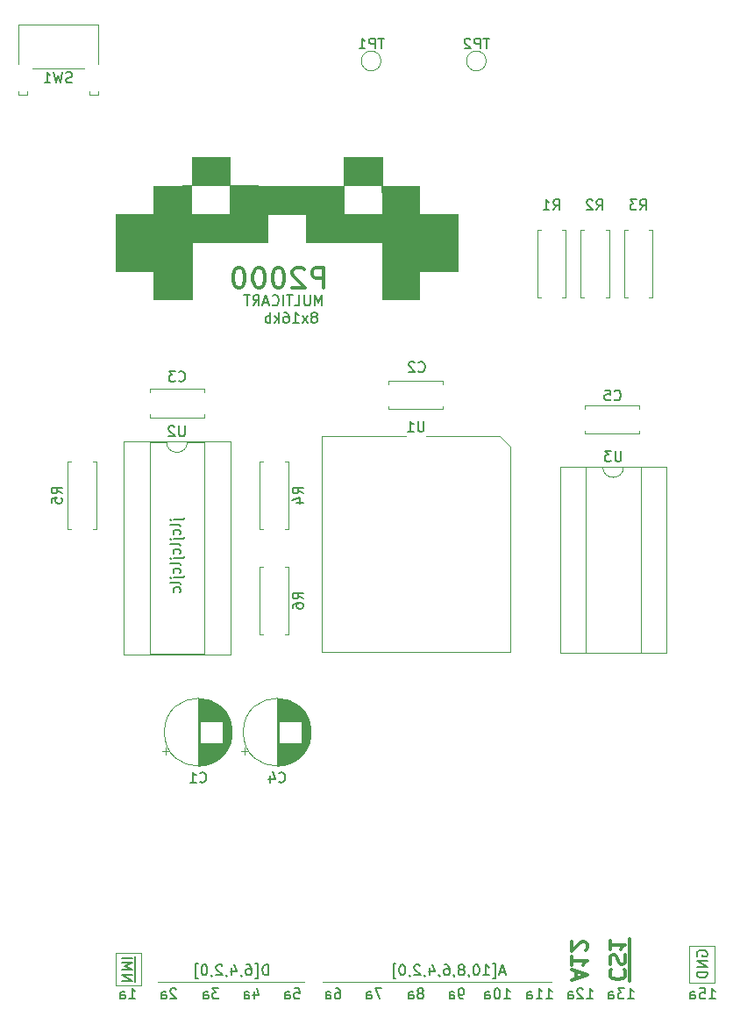
<source format=gbr>
G04 #@! TF.GenerationSoftware,KiCad,Pcbnew,8.0.2*
G04 #@! TF.CreationDate,2025-01-27T22:20:44+01:00*
G04 #@! TF.ProjectId,multicartridge-sst39sf010-topbutton,6d756c74-6963-4617-9274-72696467652d,rev?*
G04 #@! TF.SameCoordinates,Original*
G04 #@! TF.FileFunction,Legend,Bot*
G04 #@! TF.FilePolarity,Positive*
%FSLAX46Y46*%
G04 Gerber Fmt 4.6, Leading zero omitted, Abs format (unit mm)*
G04 Created by KiCad (PCBNEW 8.0.2) date 2025-01-27 22:20:44*
%MOMM*%
%LPD*%
G01*
G04 APERTURE LIST*
%ADD10C,0.150000*%
%ADD11C,0.120000*%
%ADD12C,0.300000*%
%ADD13C,0.000000*%
%ADD14C,0.100000*%
%ADD15O,1.600000X1.600000*%
%ADD16R,1.600000X1.600000*%
%ADD17C,1.500000*%
%ADD18C,2.200000*%
%ADD19C,1.700000*%
%ADD20C,1.600000*%
%ADD21R,2.000000X10.000000*%
%ADD22R,1.422400X1.422400*%
%ADD23C,1.422400*%
G04 APERTURE END LIST*
D10*
X59782152Y-86823779D02*
X60639295Y-86823779D01*
X60639295Y-86823779D02*
X60734533Y-86776160D01*
X60734533Y-86776160D02*
X60782152Y-86680922D01*
X60782152Y-86680922D02*
X60782152Y-86633303D01*
X59448819Y-86823779D02*
X59496438Y-86776160D01*
X59496438Y-86776160D02*
X59544057Y-86823779D01*
X59544057Y-86823779D02*
X59496438Y-86871398D01*
X59496438Y-86871398D02*
X59448819Y-86823779D01*
X59448819Y-86823779D02*
X59544057Y-86823779D01*
X60448819Y-87442826D02*
X60401200Y-87347588D01*
X60401200Y-87347588D02*
X60305961Y-87299969D01*
X60305961Y-87299969D02*
X59448819Y-87299969D01*
X60401200Y-88252350D02*
X60448819Y-88157112D01*
X60448819Y-88157112D02*
X60448819Y-87966636D01*
X60448819Y-87966636D02*
X60401200Y-87871398D01*
X60401200Y-87871398D02*
X60353580Y-87823779D01*
X60353580Y-87823779D02*
X60258342Y-87776160D01*
X60258342Y-87776160D02*
X59972628Y-87776160D01*
X59972628Y-87776160D02*
X59877390Y-87823779D01*
X59877390Y-87823779D02*
X59829771Y-87871398D01*
X59829771Y-87871398D02*
X59782152Y-87966636D01*
X59782152Y-87966636D02*
X59782152Y-88157112D01*
X59782152Y-88157112D02*
X59829771Y-88252350D01*
X59782152Y-88680922D02*
X60639295Y-88680922D01*
X60639295Y-88680922D02*
X60734533Y-88633303D01*
X60734533Y-88633303D02*
X60782152Y-88538065D01*
X60782152Y-88538065D02*
X60782152Y-88490446D01*
X59448819Y-88680922D02*
X59496438Y-88633303D01*
X59496438Y-88633303D02*
X59544057Y-88680922D01*
X59544057Y-88680922D02*
X59496438Y-88728541D01*
X59496438Y-88728541D02*
X59448819Y-88680922D01*
X59448819Y-88680922D02*
X59544057Y-88680922D01*
X60448819Y-89299969D02*
X60401200Y-89204731D01*
X60401200Y-89204731D02*
X60305961Y-89157112D01*
X60305961Y-89157112D02*
X59448819Y-89157112D01*
X60401200Y-90109493D02*
X60448819Y-90014255D01*
X60448819Y-90014255D02*
X60448819Y-89823779D01*
X60448819Y-89823779D02*
X60401200Y-89728541D01*
X60401200Y-89728541D02*
X60353580Y-89680922D01*
X60353580Y-89680922D02*
X60258342Y-89633303D01*
X60258342Y-89633303D02*
X59972628Y-89633303D01*
X59972628Y-89633303D02*
X59877390Y-89680922D01*
X59877390Y-89680922D02*
X59829771Y-89728541D01*
X59829771Y-89728541D02*
X59782152Y-89823779D01*
X59782152Y-89823779D02*
X59782152Y-90014255D01*
X59782152Y-90014255D02*
X59829771Y-90109493D01*
X59782152Y-90538065D02*
X60639295Y-90538065D01*
X60639295Y-90538065D02*
X60734533Y-90490446D01*
X60734533Y-90490446D02*
X60782152Y-90395208D01*
X60782152Y-90395208D02*
X60782152Y-90347589D01*
X59448819Y-90538065D02*
X59496438Y-90490446D01*
X59496438Y-90490446D02*
X59544057Y-90538065D01*
X59544057Y-90538065D02*
X59496438Y-90585684D01*
X59496438Y-90585684D02*
X59448819Y-90538065D01*
X59448819Y-90538065D02*
X59544057Y-90538065D01*
X60448819Y-91157112D02*
X60401200Y-91061874D01*
X60401200Y-91061874D02*
X60305961Y-91014255D01*
X60305961Y-91014255D02*
X59448819Y-91014255D01*
X60401200Y-91966636D02*
X60448819Y-91871398D01*
X60448819Y-91871398D02*
X60448819Y-91680922D01*
X60448819Y-91680922D02*
X60401200Y-91585684D01*
X60401200Y-91585684D02*
X60353580Y-91538065D01*
X60353580Y-91538065D02*
X60258342Y-91490446D01*
X60258342Y-91490446D02*
X59972628Y-91490446D01*
X59972628Y-91490446D02*
X59877390Y-91538065D01*
X59877390Y-91538065D02*
X59829771Y-91585684D01*
X59829771Y-91585684D02*
X59782152Y-91680922D01*
X59782152Y-91680922D02*
X59782152Y-91871398D01*
X59782152Y-91871398D02*
X59829771Y-91966636D01*
X59782152Y-92395208D02*
X60639295Y-92395208D01*
X60639295Y-92395208D02*
X60734533Y-92347589D01*
X60734533Y-92347589D02*
X60782152Y-92252351D01*
X60782152Y-92252351D02*
X60782152Y-92204732D01*
X59448819Y-92395208D02*
X59496438Y-92347589D01*
X59496438Y-92347589D02*
X59544057Y-92395208D01*
X59544057Y-92395208D02*
X59496438Y-92442827D01*
X59496438Y-92442827D02*
X59448819Y-92395208D01*
X59448819Y-92395208D02*
X59544057Y-92395208D01*
X60448819Y-93014255D02*
X60401200Y-92919017D01*
X60401200Y-92919017D02*
X60305961Y-92871398D01*
X60305961Y-92871398D02*
X59448819Y-92871398D01*
X60401200Y-93823779D02*
X60448819Y-93728541D01*
X60448819Y-93728541D02*
X60448819Y-93538065D01*
X60448819Y-93538065D02*
X60401200Y-93442827D01*
X60401200Y-93442827D02*
X60353580Y-93395208D01*
X60353580Y-93395208D02*
X60258342Y-93347589D01*
X60258342Y-93347589D02*
X59972628Y-93347589D01*
X59972628Y-93347589D02*
X59877390Y-93395208D01*
X59877390Y-93395208D02*
X59829771Y-93442827D01*
X59829771Y-93442827D02*
X59782152Y-93538065D01*
X59782152Y-93538065D02*
X59782152Y-93728541D01*
X59782152Y-93728541D02*
X59829771Y-93823779D01*
D11*
X96251000Y-131445000D02*
X74153000Y-131445000D01*
X72375000Y-131445000D02*
X58278000Y-131445000D01*
X54197000Y-131745000D02*
X54197000Y-128645000D01*
X111999000Y-131451000D02*
X109586000Y-131451000D01*
X111999000Y-127895000D02*
X111999000Y-131451000D01*
X109586000Y-127895000D02*
X111999000Y-127895000D01*
X109586000Y-131451000D02*
X109586000Y-127895000D01*
X56647000Y-128645000D02*
X56647000Y-131745000D01*
X56647000Y-131745000D02*
X54197000Y-131745000D01*
X54197000Y-128645000D02*
X56647000Y-128645000D01*
D10*
X111498857Y-133042819D02*
X112070285Y-133042819D01*
X111784571Y-133042819D02*
X111784571Y-132042819D01*
X111784571Y-132042819D02*
X111879809Y-132185676D01*
X111879809Y-132185676D02*
X111975047Y-132280914D01*
X111975047Y-132280914D02*
X112070285Y-132328533D01*
X110594095Y-132042819D02*
X111070285Y-132042819D01*
X111070285Y-132042819D02*
X111117904Y-132519009D01*
X111117904Y-132519009D02*
X111070285Y-132471390D01*
X111070285Y-132471390D02*
X110975047Y-132423771D01*
X110975047Y-132423771D02*
X110736952Y-132423771D01*
X110736952Y-132423771D02*
X110641714Y-132471390D01*
X110641714Y-132471390D02*
X110594095Y-132519009D01*
X110594095Y-132519009D02*
X110546476Y-132614247D01*
X110546476Y-132614247D02*
X110546476Y-132852342D01*
X110546476Y-132852342D02*
X110594095Y-132947580D01*
X110594095Y-132947580D02*
X110641714Y-132995200D01*
X110641714Y-132995200D02*
X110736952Y-133042819D01*
X110736952Y-133042819D02*
X110975047Y-133042819D01*
X110975047Y-133042819D02*
X111070285Y-132995200D01*
X111070285Y-132995200D02*
X111117904Y-132947580D01*
X109689333Y-133042819D02*
X109689333Y-132519009D01*
X109689333Y-132519009D02*
X109736952Y-132423771D01*
X109736952Y-132423771D02*
X109832190Y-132376152D01*
X109832190Y-132376152D02*
X110022666Y-132376152D01*
X110022666Y-132376152D02*
X110117904Y-132423771D01*
X109689333Y-132995200D02*
X109784571Y-133042819D01*
X109784571Y-133042819D02*
X110022666Y-133042819D01*
X110022666Y-133042819D02*
X110117904Y-132995200D01*
X110117904Y-132995200D02*
X110165523Y-132899961D01*
X110165523Y-132899961D02*
X110165523Y-132804723D01*
X110165523Y-132804723D02*
X110117904Y-132709485D01*
X110117904Y-132709485D02*
X110022666Y-132661866D01*
X110022666Y-132661866D02*
X109784571Y-132661866D01*
X109784571Y-132661866D02*
X109689333Y-132614247D01*
D12*
X102065528Y-130250285D02*
X101994100Y-130321713D01*
X101994100Y-130321713D02*
X101922671Y-130535999D01*
X101922671Y-130535999D02*
X101922671Y-130678856D01*
X101922671Y-130678856D02*
X101994100Y-130893142D01*
X101994100Y-130893142D02*
X102136957Y-131035999D01*
X102136957Y-131035999D02*
X102279814Y-131107428D01*
X102279814Y-131107428D02*
X102565528Y-131178856D01*
X102565528Y-131178856D02*
X102779814Y-131178856D01*
X102779814Y-131178856D02*
X103065528Y-131107428D01*
X103065528Y-131107428D02*
X103208385Y-131035999D01*
X103208385Y-131035999D02*
X103351242Y-130893142D01*
X103351242Y-130893142D02*
X103422671Y-130678856D01*
X103422671Y-130678856D02*
X103422671Y-130535999D01*
X103422671Y-130535999D02*
X103351242Y-130321713D01*
X103351242Y-130321713D02*
X103279814Y-130250285D01*
X101994100Y-129678856D02*
X101922671Y-129464571D01*
X101922671Y-129464571D02*
X101922671Y-129107428D01*
X101922671Y-129107428D02*
X101994100Y-128964571D01*
X101994100Y-128964571D02*
X102065528Y-128893142D01*
X102065528Y-128893142D02*
X102208385Y-128821713D01*
X102208385Y-128821713D02*
X102351242Y-128821713D01*
X102351242Y-128821713D02*
X102494100Y-128893142D01*
X102494100Y-128893142D02*
X102565528Y-128964571D01*
X102565528Y-128964571D02*
X102636957Y-129107428D01*
X102636957Y-129107428D02*
X102708385Y-129393142D01*
X102708385Y-129393142D02*
X102779814Y-129535999D01*
X102779814Y-129535999D02*
X102851242Y-129607428D01*
X102851242Y-129607428D02*
X102994100Y-129678856D01*
X102994100Y-129678856D02*
X103136957Y-129678856D01*
X103136957Y-129678856D02*
X103279814Y-129607428D01*
X103279814Y-129607428D02*
X103351242Y-129535999D01*
X103351242Y-129535999D02*
X103422671Y-129393142D01*
X103422671Y-129393142D02*
X103422671Y-129035999D01*
X103422671Y-129035999D02*
X103351242Y-128821713D01*
X101922671Y-127393142D02*
X101922671Y-128250285D01*
X101922671Y-127821714D02*
X103422671Y-127821714D01*
X103422671Y-127821714D02*
X103208385Y-127964571D01*
X103208385Y-127964571D02*
X103065528Y-128107428D01*
X103065528Y-128107428D02*
X102994100Y-128250285D01*
X103839100Y-131314571D02*
X103839100Y-127257429D01*
X98668242Y-131071713D02*
X98668242Y-130357428D01*
X98239671Y-131214570D02*
X99739671Y-130714570D01*
X99739671Y-130714570D02*
X98239671Y-130214570D01*
X98239671Y-128928856D02*
X98239671Y-129785999D01*
X98239671Y-129357428D02*
X99739671Y-129357428D01*
X99739671Y-129357428D02*
X99525385Y-129500285D01*
X99525385Y-129500285D02*
X99382528Y-129643142D01*
X99382528Y-129643142D02*
X99311100Y-129785999D01*
X99596814Y-128357428D02*
X99668242Y-128286000D01*
X99668242Y-128286000D02*
X99739671Y-128143143D01*
X99739671Y-128143143D02*
X99739671Y-127786000D01*
X99739671Y-127786000D02*
X99668242Y-127643143D01*
X99668242Y-127643143D02*
X99596814Y-127571714D01*
X99596814Y-127571714D02*
X99453957Y-127500285D01*
X99453957Y-127500285D02*
X99311100Y-127500285D01*
X99311100Y-127500285D02*
X99096814Y-127571714D01*
X99096814Y-127571714D02*
X98239671Y-128428857D01*
X98239671Y-128428857D02*
X98239671Y-127500285D01*
D10*
X91773570Y-130471104D02*
X91297380Y-130471104D01*
X91868808Y-130756819D02*
X91535475Y-129756819D01*
X91535475Y-129756819D02*
X91202142Y-130756819D01*
X90583094Y-131090152D02*
X90821189Y-131090152D01*
X90821189Y-131090152D02*
X90821189Y-129661580D01*
X90821189Y-129661580D02*
X90583094Y-129661580D01*
X89678332Y-130756819D02*
X90249760Y-130756819D01*
X89964046Y-130756819D02*
X89964046Y-129756819D01*
X89964046Y-129756819D02*
X90059284Y-129899676D01*
X90059284Y-129899676D02*
X90154522Y-129994914D01*
X90154522Y-129994914D02*
X90249760Y-130042533D01*
X89059284Y-129756819D02*
X88964046Y-129756819D01*
X88964046Y-129756819D02*
X88868808Y-129804438D01*
X88868808Y-129804438D02*
X88821189Y-129852057D01*
X88821189Y-129852057D02*
X88773570Y-129947295D01*
X88773570Y-129947295D02*
X88725951Y-130137771D01*
X88725951Y-130137771D02*
X88725951Y-130375866D01*
X88725951Y-130375866D02*
X88773570Y-130566342D01*
X88773570Y-130566342D02*
X88821189Y-130661580D01*
X88821189Y-130661580D02*
X88868808Y-130709200D01*
X88868808Y-130709200D02*
X88964046Y-130756819D01*
X88964046Y-130756819D02*
X89059284Y-130756819D01*
X89059284Y-130756819D02*
X89154522Y-130709200D01*
X89154522Y-130709200D02*
X89202141Y-130661580D01*
X89202141Y-130661580D02*
X89249760Y-130566342D01*
X89249760Y-130566342D02*
X89297379Y-130375866D01*
X89297379Y-130375866D02*
X89297379Y-130137771D01*
X89297379Y-130137771D02*
X89249760Y-129947295D01*
X89249760Y-129947295D02*
X89202141Y-129852057D01*
X89202141Y-129852057D02*
X89154522Y-129804438D01*
X89154522Y-129804438D02*
X89059284Y-129756819D01*
X88249760Y-130709200D02*
X88249760Y-130756819D01*
X88249760Y-130756819D02*
X88297379Y-130852057D01*
X88297379Y-130852057D02*
X88344998Y-130899676D01*
X87678332Y-130185390D02*
X87773570Y-130137771D01*
X87773570Y-130137771D02*
X87821189Y-130090152D01*
X87821189Y-130090152D02*
X87868808Y-129994914D01*
X87868808Y-129994914D02*
X87868808Y-129947295D01*
X87868808Y-129947295D02*
X87821189Y-129852057D01*
X87821189Y-129852057D02*
X87773570Y-129804438D01*
X87773570Y-129804438D02*
X87678332Y-129756819D01*
X87678332Y-129756819D02*
X87487856Y-129756819D01*
X87487856Y-129756819D02*
X87392618Y-129804438D01*
X87392618Y-129804438D02*
X87344999Y-129852057D01*
X87344999Y-129852057D02*
X87297380Y-129947295D01*
X87297380Y-129947295D02*
X87297380Y-129994914D01*
X87297380Y-129994914D02*
X87344999Y-130090152D01*
X87344999Y-130090152D02*
X87392618Y-130137771D01*
X87392618Y-130137771D02*
X87487856Y-130185390D01*
X87487856Y-130185390D02*
X87678332Y-130185390D01*
X87678332Y-130185390D02*
X87773570Y-130233009D01*
X87773570Y-130233009D02*
X87821189Y-130280628D01*
X87821189Y-130280628D02*
X87868808Y-130375866D01*
X87868808Y-130375866D02*
X87868808Y-130566342D01*
X87868808Y-130566342D02*
X87821189Y-130661580D01*
X87821189Y-130661580D02*
X87773570Y-130709200D01*
X87773570Y-130709200D02*
X87678332Y-130756819D01*
X87678332Y-130756819D02*
X87487856Y-130756819D01*
X87487856Y-130756819D02*
X87392618Y-130709200D01*
X87392618Y-130709200D02*
X87344999Y-130661580D01*
X87344999Y-130661580D02*
X87297380Y-130566342D01*
X87297380Y-130566342D02*
X87297380Y-130375866D01*
X87297380Y-130375866D02*
X87344999Y-130280628D01*
X87344999Y-130280628D02*
X87392618Y-130233009D01*
X87392618Y-130233009D02*
X87487856Y-130185390D01*
X86821189Y-130709200D02*
X86821189Y-130756819D01*
X86821189Y-130756819D02*
X86868808Y-130852057D01*
X86868808Y-130852057D02*
X86916427Y-130899676D01*
X85964047Y-129756819D02*
X86154523Y-129756819D01*
X86154523Y-129756819D02*
X86249761Y-129804438D01*
X86249761Y-129804438D02*
X86297380Y-129852057D01*
X86297380Y-129852057D02*
X86392618Y-129994914D01*
X86392618Y-129994914D02*
X86440237Y-130185390D01*
X86440237Y-130185390D02*
X86440237Y-130566342D01*
X86440237Y-130566342D02*
X86392618Y-130661580D01*
X86392618Y-130661580D02*
X86344999Y-130709200D01*
X86344999Y-130709200D02*
X86249761Y-130756819D01*
X86249761Y-130756819D02*
X86059285Y-130756819D01*
X86059285Y-130756819D02*
X85964047Y-130709200D01*
X85964047Y-130709200D02*
X85916428Y-130661580D01*
X85916428Y-130661580D02*
X85868809Y-130566342D01*
X85868809Y-130566342D02*
X85868809Y-130328247D01*
X85868809Y-130328247D02*
X85916428Y-130233009D01*
X85916428Y-130233009D02*
X85964047Y-130185390D01*
X85964047Y-130185390D02*
X86059285Y-130137771D01*
X86059285Y-130137771D02*
X86249761Y-130137771D01*
X86249761Y-130137771D02*
X86344999Y-130185390D01*
X86344999Y-130185390D02*
X86392618Y-130233009D01*
X86392618Y-130233009D02*
X86440237Y-130328247D01*
X85392618Y-130709200D02*
X85392618Y-130756819D01*
X85392618Y-130756819D02*
X85440237Y-130852057D01*
X85440237Y-130852057D02*
X85487856Y-130899676D01*
X84535476Y-130090152D02*
X84535476Y-130756819D01*
X84773571Y-129709200D02*
X85011666Y-130423485D01*
X85011666Y-130423485D02*
X84392619Y-130423485D01*
X83964047Y-130709200D02*
X83964047Y-130756819D01*
X83964047Y-130756819D02*
X84011666Y-130852057D01*
X84011666Y-130852057D02*
X84059285Y-130899676D01*
X83583095Y-129852057D02*
X83535476Y-129804438D01*
X83535476Y-129804438D02*
X83440238Y-129756819D01*
X83440238Y-129756819D02*
X83202143Y-129756819D01*
X83202143Y-129756819D02*
X83106905Y-129804438D01*
X83106905Y-129804438D02*
X83059286Y-129852057D01*
X83059286Y-129852057D02*
X83011667Y-129947295D01*
X83011667Y-129947295D02*
X83011667Y-130042533D01*
X83011667Y-130042533D02*
X83059286Y-130185390D01*
X83059286Y-130185390D02*
X83630714Y-130756819D01*
X83630714Y-130756819D02*
X83011667Y-130756819D01*
X82535476Y-130709200D02*
X82535476Y-130756819D01*
X82535476Y-130756819D02*
X82583095Y-130852057D01*
X82583095Y-130852057D02*
X82630714Y-130899676D01*
X81916429Y-129756819D02*
X81821191Y-129756819D01*
X81821191Y-129756819D02*
X81725953Y-129804438D01*
X81725953Y-129804438D02*
X81678334Y-129852057D01*
X81678334Y-129852057D02*
X81630715Y-129947295D01*
X81630715Y-129947295D02*
X81583096Y-130137771D01*
X81583096Y-130137771D02*
X81583096Y-130375866D01*
X81583096Y-130375866D02*
X81630715Y-130566342D01*
X81630715Y-130566342D02*
X81678334Y-130661580D01*
X81678334Y-130661580D02*
X81725953Y-130709200D01*
X81725953Y-130709200D02*
X81821191Y-130756819D01*
X81821191Y-130756819D02*
X81916429Y-130756819D01*
X81916429Y-130756819D02*
X82011667Y-130709200D01*
X82011667Y-130709200D02*
X82059286Y-130661580D01*
X82059286Y-130661580D02*
X82106905Y-130566342D01*
X82106905Y-130566342D02*
X82154524Y-130375866D01*
X82154524Y-130375866D02*
X82154524Y-130137771D01*
X82154524Y-130137771D02*
X82106905Y-129947295D01*
X82106905Y-129947295D02*
X82059286Y-129852057D01*
X82059286Y-129852057D02*
X82011667Y-129804438D01*
X82011667Y-129804438D02*
X81916429Y-129756819D01*
X81249762Y-131090152D02*
X81011667Y-131090152D01*
X81011667Y-131090152D02*
X81011667Y-129661580D01*
X81011667Y-129661580D02*
X81249762Y-129661580D01*
X68937618Y-130756819D02*
X68937618Y-129756819D01*
X68937618Y-129756819D02*
X68699523Y-129756819D01*
X68699523Y-129756819D02*
X68556666Y-129804438D01*
X68556666Y-129804438D02*
X68461428Y-129899676D01*
X68461428Y-129899676D02*
X68413809Y-129994914D01*
X68413809Y-129994914D02*
X68366190Y-130185390D01*
X68366190Y-130185390D02*
X68366190Y-130328247D01*
X68366190Y-130328247D02*
X68413809Y-130518723D01*
X68413809Y-130518723D02*
X68461428Y-130613961D01*
X68461428Y-130613961D02*
X68556666Y-130709200D01*
X68556666Y-130709200D02*
X68699523Y-130756819D01*
X68699523Y-130756819D02*
X68937618Y-130756819D01*
X67651904Y-131090152D02*
X67889999Y-131090152D01*
X67889999Y-131090152D02*
X67889999Y-129661580D01*
X67889999Y-129661580D02*
X67651904Y-129661580D01*
X66842380Y-129756819D02*
X67032856Y-129756819D01*
X67032856Y-129756819D02*
X67128094Y-129804438D01*
X67128094Y-129804438D02*
X67175713Y-129852057D01*
X67175713Y-129852057D02*
X67270951Y-129994914D01*
X67270951Y-129994914D02*
X67318570Y-130185390D01*
X67318570Y-130185390D02*
X67318570Y-130566342D01*
X67318570Y-130566342D02*
X67270951Y-130661580D01*
X67270951Y-130661580D02*
X67223332Y-130709200D01*
X67223332Y-130709200D02*
X67128094Y-130756819D01*
X67128094Y-130756819D02*
X66937618Y-130756819D01*
X66937618Y-130756819D02*
X66842380Y-130709200D01*
X66842380Y-130709200D02*
X66794761Y-130661580D01*
X66794761Y-130661580D02*
X66747142Y-130566342D01*
X66747142Y-130566342D02*
X66747142Y-130328247D01*
X66747142Y-130328247D02*
X66794761Y-130233009D01*
X66794761Y-130233009D02*
X66842380Y-130185390D01*
X66842380Y-130185390D02*
X66937618Y-130137771D01*
X66937618Y-130137771D02*
X67128094Y-130137771D01*
X67128094Y-130137771D02*
X67223332Y-130185390D01*
X67223332Y-130185390D02*
X67270951Y-130233009D01*
X67270951Y-130233009D02*
X67318570Y-130328247D01*
X66270951Y-130709200D02*
X66270951Y-130756819D01*
X66270951Y-130756819D02*
X66318570Y-130852057D01*
X66318570Y-130852057D02*
X66366189Y-130899676D01*
X65413809Y-130090152D02*
X65413809Y-130756819D01*
X65651904Y-129709200D02*
X65889999Y-130423485D01*
X65889999Y-130423485D02*
X65270952Y-130423485D01*
X64842380Y-130709200D02*
X64842380Y-130756819D01*
X64842380Y-130756819D02*
X64889999Y-130852057D01*
X64889999Y-130852057D02*
X64937618Y-130899676D01*
X64461428Y-129852057D02*
X64413809Y-129804438D01*
X64413809Y-129804438D02*
X64318571Y-129756819D01*
X64318571Y-129756819D02*
X64080476Y-129756819D01*
X64080476Y-129756819D02*
X63985238Y-129804438D01*
X63985238Y-129804438D02*
X63937619Y-129852057D01*
X63937619Y-129852057D02*
X63890000Y-129947295D01*
X63890000Y-129947295D02*
X63890000Y-130042533D01*
X63890000Y-130042533D02*
X63937619Y-130185390D01*
X63937619Y-130185390D02*
X64509047Y-130756819D01*
X64509047Y-130756819D02*
X63890000Y-130756819D01*
X63413809Y-130709200D02*
X63413809Y-130756819D01*
X63413809Y-130756819D02*
X63461428Y-130852057D01*
X63461428Y-130852057D02*
X63509047Y-130899676D01*
X62794762Y-129756819D02*
X62699524Y-129756819D01*
X62699524Y-129756819D02*
X62604286Y-129804438D01*
X62604286Y-129804438D02*
X62556667Y-129852057D01*
X62556667Y-129852057D02*
X62509048Y-129947295D01*
X62509048Y-129947295D02*
X62461429Y-130137771D01*
X62461429Y-130137771D02*
X62461429Y-130375866D01*
X62461429Y-130375866D02*
X62509048Y-130566342D01*
X62509048Y-130566342D02*
X62556667Y-130661580D01*
X62556667Y-130661580D02*
X62604286Y-130709200D01*
X62604286Y-130709200D02*
X62699524Y-130756819D01*
X62699524Y-130756819D02*
X62794762Y-130756819D01*
X62794762Y-130756819D02*
X62890000Y-130709200D01*
X62890000Y-130709200D02*
X62937619Y-130661580D01*
X62937619Y-130661580D02*
X62985238Y-130566342D01*
X62985238Y-130566342D02*
X63032857Y-130375866D01*
X63032857Y-130375866D02*
X63032857Y-130137771D01*
X63032857Y-130137771D02*
X62985238Y-129947295D01*
X62985238Y-129947295D02*
X62937619Y-129852057D01*
X62937619Y-129852057D02*
X62890000Y-129804438D01*
X62890000Y-129804438D02*
X62794762Y-129756819D01*
X62128095Y-131090152D02*
X61890000Y-131090152D01*
X61890000Y-131090152D02*
X61890000Y-129661580D01*
X61890000Y-129661580D02*
X62128095Y-129661580D01*
X55510666Y-133042819D02*
X56082094Y-133042819D01*
X55796380Y-133042819D02*
X55796380Y-132042819D01*
X55796380Y-132042819D02*
X55891618Y-132185676D01*
X55891618Y-132185676D02*
X55986856Y-132280914D01*
X55986856Y-132280914D02*
X56082094Y-132328533D01*
X54653523Y-133042819D02*
X54653523Y-132519009D01*
X54653523Y-132519009D02*
X54701142Y-132423771D01*
X54701142Y-132423771D02*
X54796380Y-132376152D01*
X54796380Y-132376152D02*
X54986856Y-132376152D01*
X54986856Y-132376152D02*
X55082094Y-132423771D01*
X54653523Y-132995200D02*
X54748761Y-133042819D01*
X54748761Y-133042819D02*
X54986856Y-133042819D01*
X54986856Y-133042819D02*
X55082094Y-132995200D01*
X55082094Y-132995200D02*
X55129713Y-132899961D01*
X55129713Y-132899961D02*
X55129713Y-132804723D01*
X55129713Y-132804723D02*
X55082094Y-132709485D01*
X55082094Y-132709485D02*
X54986856Y-132661866D01*
X54986856Y-132661866D02*
X54748761Y-132661866D01*
X54748761Y-132661866D02*
X54653523Y-132614247D01*
X54792180Y-131290237D02*
X55792180Y-131290237D01*
X55792180Y-131290237D02*
X54792180Y-130718809D01*
X54792180Y-130718809D02*
X55792180Y-130718809D01*
X54792180Y-130242618D02*
X55792180Y-130242618D01*
X55792180Y-130242618D02*
X55077895Y-129909285D01*
X55077895Y-129909285D02*
X55792180Y-129575952D01*
X55792180Y-129575952D02*
X54792180Y-129575952D01*
X54792180Y-129099761D02*
X55792180Y-129099761D01*
X56069800Y-131428333D02*
X56069800Y-128961667D01*
X110358438Y-128911095D02*
X110310819Y-128815857D01*
X110310819Y-128815857D02*
X110310819Y-128673000D01*
X110310819Y-128673000D02*
X110358438Y-128530143D01*
X110358438Y-128530143D02*
X110453676Y-128434905D01*
X110453676Y-128434905D02*
X110548914Y-128387286D01*
X110548914Y-128387286D02*
X110739390Y-128339667D01*
X110739390Y-128339667D02*
X110882247Y-128339667D01*
X110882247Y-128339667D02*
X111072723Y-128387286D01*
X111072723Y-128387286D02*
X111167961Y-128434905D01*
X111167961Y-128434905D02*
X111263200Y-128530143D01*
X111263200Y-128530143D02*
X111310819Y-128673000D01*
X111310819Y-128673000D02*
X111310819Y-128768238D01*
X111310819Y-128768238D02*
X111263200Y-128911095D01*
X111263200Y-128911095D02*
X111215580Y-128958714D01*
X111215580Y-128958714D02*
X110882247Y-128958714D01*
X110882247Y-128958714D02*
X110882247Y-128768238D01*
X111310819Y-129387286D02*
X110310819Y-129387286D01*
X110310819Y-129387286D02*
X111310819Y-129958714D01*
X111310819Y-129958714D02*
X110310819Y-129958714D01*
X111310819Y-130434905D02*
X110310819Y-130434905D01*
X110310819Y-130434905D02*
X110310819Y-130673000D01*
X110310819Y-130673000D02*
X110358438Y-130815857D01*
X110358438Y-130815857D02*
X110453676Y-130911095D01*
X110453676Y-130911095D02*
X110548914Y-130958714D01*
X110548914Y-130958714D02*
X110739390Y-131006333D01*
X110739390Y-131006333D02*
X110882247Y-131006333D01*
X110882247Y-131006333D02*
X111072723Y-130958714D01*
X111072723Y-130958714D02*
X111167961Y-130911095D01*
X111167961Y-130911095D02*
X111263200Y-130815857D01*
X111263200Y-130815857D02*
X111310819Y-130673000D01*
X111310819Y-130673000D02*
X111310819Y-130434905D01*
D12*
X74303441Y-64478038D02*
X74303441Y-62478038D01*
X74303441Y-62478038D02*
X73541536Y-62478038D01*
X73541536Y-62478038D02*
X73351060Y-62573276D01*
X73351060Y-62573276D02*
X73255822Y-62668514D01*
X73255822Y-62668514D02*
X73160584Y-62858990D01*
X73160584Y-62858990D02*
X73160584Y-63144704D01*
X73160584Y-63144704D02*
X73255822Y-63335180D01*
X73255822Y-63335180D02*
X73351060Y-63430419D01*
X73351060Y-63430419D02*
X73541536Y-63525657D01*
X73541536Y-63525657D02*
X74303441Y-63525657D01*
X72398679Y-62668514D02*
X72303441Y-62573276D01*
X72303441Y-62573276D02*
X72112965Y-62478038D01*
X72112965Y-62478038D02*
X71636774Y-62478038D01*
X71636774Y-62478038D02*
X71446298Y-62573276D01*
X71446298Y-62573276D02*
X71351060Y-62668514D01*
X71351060Y-62668514D02*
X71255822Y-62858990D01*
X71255822Y-62858990D02*
X71255822Y-63049466D01*
X71255822Y-63049466D02*
X71351060Y-63335180D01*
X71351060Y-63335180D02*
X72493917Y-64478038D01*
X72493917Y-64478038D02*
X71255822Y-64478038D01*
X70017727Y-62478038D02*
X69827250Y-62478038D01*
X69827250Y-62478038D02*
X69636774Y-62573276D01*
X69636774Y-62573276D02*
X69541536Y-62668514D01*
X69541536Y-62668514D02*
X69446298Y-62858990D01*
X69446298Y-62858990D02*
X69351060Y-63239942D01*
X69351060Y-63239942D02*
X69351060Y-63716133D01*
X69351060Y-63716133D02*
X69446298Y-64097085D01*
X69446298Y-64097085D02*
X69541536Y-64287561D01*
X69541536Y-64287561D02*
X69636774Y-64382800D01*
X69636774Y-64382800D02*
X69827250Y-64478038D01*
X69827250Y-64478038D02*
X70017727Y-64478038D01*
X70017727Y-64478038D02*
X70208203Y-64382800D01*
X70208203Y-64382800D02*
X70303441Y-64287561D01*
X70303441Y-64287561D02*
X70398679Y-64097085D01*
X70398679Y-64097085D02*
X70493917Y-63716133D01*
X70493917Y-63716133D02*
X70493917Y-63239942D01*
X70493917Y-63239942D02*
X70398679Y-62858990D01*
X70398679Y-62858990D02*
X70303441Y-62668514D01*
X70303441Y-62668514D02*
X70208203Y-62573276D01*
X70208203Y-62573276D02*
X70017727Y-62478038D01*
X68112965Y-62478038D02*
X67922488Y-62478038D01*
X67922488Y-62478038D02*
X67732012Y-62573276D01*
X67732012Y-62573276D02*
X67636774Y-62668514D01*
X67636774Y-62668514D02*
X67541536Y-62858990D01*
X67541536Y-62858990D02*
X67446298Y-63239942D01*
X67446298Y-63239942D02*
X67446298Y-63716133D01*
X67446298Y-63716133D02*
X67541536Y-64097085D01*
X67541536Y-64097085D02*
X67636774Y-64287561D01*
X67636774Y-64287561D02*
X67732012Y-64382800D01*
X67732012Y-64382800D02*
X67922488Y-64478038D01*
X67922488Y-64478038D02*
X68112965Y-64478038D01*
X68112965Y-64478038D02*
X68303441Y-64382800D01*
X68303441Y-64382800D02*
X68398679Y-64287561D01*
X68398679Y-64287561D02*
X68493917Y-64097085D01*
X68493917Y-64097085D02*
X68589155Y-63716133D01*
X68589155Y-63716133D02*
X68589155Y-63239942D01*
X68589155Y-63239942D02*
X68493917Y-62858990D01*
X68493917Y-62858990D02*
X68398679Y-62668514D01*
X68398679Y-62668514D02*
X68303441Y-62573276D01*
X68303441Y-62573276D02*
X68112965Y-62478038D01*
X66208203Y-62478038D02*
X66017726Y-62478038D01*
X66017726Y-62478038D02*
X65827250Y-62573276D01*
X65827250Y-62573276D02*
X65732012Y-62668514D01*
X65732012Y-62668514D02*
X65636774Y-62858990D01*
X65636774Y-62858990D02*
X65541536Y-63239942D01*
X65541536Y-63239942D02*
X65541536Y-63716133D01*
X65541536Y-63716133D02*
X65636774Y-64097085D01*
X65636774Y-64097085D02*
X65732012Y-64287561D01*
X65732012Y-64287561D02*
X65827250Y-64382800D01*
X65827250Y-64382800D02*
X66017726Y-64478038D01*
X66017726Y-64478038D02*
X66208203Y-64478038D01*
X66208203Y-64478038D02*
X66398679Y-64382800D01*
X66398679Y-64382800D02*
X66493917Y-64287561D01*
X66493917Y-64287561D02*
X66589155Y-64097085D01*
X66589155Y-64097085D02*
X66684393Y-63716133D01*
X66684393Y-63716133D02*
X66684393Y-63239942D01*
X66684393Y-63239942D02*
X66589155Y-62858990D01*
X66589155Y-62858990D02*
X66493917Y-62668514D01*
X66493917Y-62668514D02*
X66398679Y-62573276D01*
X66398679Y-62573276D02*
X66208203Y-62478038D01*
D10*
X73454923Y-67244190D02*
X73550161Y-67196571D01*
X73550161Y-67196571D02*
X73597780Y-67148952D01*
X73597780Y-67148952D02*
X73645399Y-67053714D01*
X73645399Y-67053714D02*
X73645399Y-67006095D01*
X73645399Y-67006095D02*
X73597780Y-66910857D01*
X73597780Y-66910857D02*
X73550161Y-66863238D01*
X73550161Y-66863238D02*
X73454923Y-66815619D01*
X73454923Y-66815619D02*
X73264447Y-66815619D01*
X73264447Y-66815619D02*
X73169209Y-66863238D01*
X73169209Y-66863238D02*
X73121590Y-66910857D01*
X73121590Y-66910857D02*
X73073971Y-67006095D01*
X73073971Y-67006095D02*
X73073971Y-67053714D01*
X73073971Y-67053714D02*
X73121590Y-67148952D01*
X73121590Y-67148952D02*
X73169209Y-67196571D01*
X73169209Y-67196571D02*
X73264447Y-67244190D01*
X73264447Y-67244190D02*
X73454923Y-67244190D01*
X73454923Y-67244190D02*
X73550161Y-67291809D01*
X73550161Y-67291809D02*
X73597780Y-67339428D01*
X73597780Y-67339428D02*
X73645399Y-67434666D01*
X73645399Y-67434666D02*
X73645399Y-67625142D01*
X73645399Y-67625142D02*
X73597780Y-67720380D01*
X73597780Y-67720380D02*
X73550161Y-67768000D01*
X73550161Y-67768000D02*
X73454923Y-67815619D01*
X73454923Y-67815619D02*
X73264447Y-67815619D01*
X73264447Y-67815619D02*
X73169209Y-67768000D01*
X73169209Y-67768000D02*
X73121590Y-67720380D01*
X73121590Y-67720380D02*
X73073971Y-67625142D01*
X73073971Y-67625142D02*
X73073971Y-67434666D01*
X73073971Y-67434666D02*
X73121590Y-67339428D01*
X73121590Y-67339428D02*
X73169209Y-67291809D01*
X73169209Y-67291809D02*
X73264447Y-67244190D01*
X72740637Y-67815619D02*
X72216828Y-67148952D01*
X72740637Y-67148952D02*
X72216828Y-67815619D01*
X71312066Y-67815619D02*
X71883494Y-67815619D01*
X71597780Y-67815619D02*
X71597780Y-66815619D01*
X71597780Y-66815619D02*
X71693018Y-66958476D01*
X71693018Y-66958476D02*
X71788256Y-67053714D01*
X71788256Y-67053714D02*
X71883494Y-67101333D01*
X70454923Y-66815619D02*
X70645399Y-66815619D01*
X70645399Y-66815619D02*
X70740637Y-66863238D01*
X70740637Y-66863238D02*
X70788256Y-66910857D01*
X70788256Y-66910857D02*
X70883494Y-67053714D01*
X70883494Y-67053714D02*
X70931113Y-67244190D01*
X70931113Y-67244190D02*
X70931113Y-67625142D01*
X70931113Y-67625142D02*
X70883494Y-67720380D01*
X70883494Y-67720380D02*
X70835875Y-67768000D01*
X70835875Y-67768000D02*
X70740637Y-67815619D01*
X70740637Y-67815619D02*
X70550161Y-67815619D01*
X70550161Y-67815619D02*
X70454923Y-67768000D01*
X70454923Y-67768000D02*
X70407304Y-67720380D01*
X70407304Y-67720380D02*
X70359685Y-67625142D01*
X70359685Y-67625142D02*
X70359685Y-67387047D01*
X70359685Y-67387047D02*
X70407304Y-67291809D01*
X70407304Y-67291809D02*
X70454923Y-67244190D01*
X70454923Y-67244190D02*
X70550161Y-67196571D01*
X70550161Y-67196571D02*
X70740637Y-67196571D01*
X70740637Y-67196571D02*
X70835875Y-67244190D01*
X70835875Y-67244190D02*
X70883494Y-67291809D01*
X70883494Y-67291809D02*
X70931113Y-67387047D01*
X69931113Y-67815619D02*
X69931113Y-66815619D01*
X69835875Y-67434666D02*
X69550161Y-67815619D01*
X69550161Y-67148952D02*
X69931113Y-67529904D01*
X69121589Y-67815619D02*
X69121589Y-66815619D01*
X69121589Y-67196571D02*
X69026351Y-67148952D01*
X69026351Y-67148952D02*
X68835875Y-67148952D01*
X68835875Y-67148952D02*
X68740637Y-67196571D01*
X68740637Y-67196571D02*
X68693018Y-67244190D01*
X68693018Y-67244190D02*
X68645399Y-67339428D01*
X68645399Y-67339428D02*
X68645399Y-67625142D01*
X68645399Y-67625142D02*
X68693018Y-67720380D01*
X68693018Y-67720380D02*
X68740637Y-67768000D01*
X68740637Y-67768000D02*
X68835875Y-67815619D01*
X68835875Y-67815619D02*
X69026351Y-67815619D01*
X69026351Y-67815619D02*
X69121589Y-67768000D01*
X74124675Y-66139219D02*
X74124675Y-65139219D01*
X74124675Y-65139219D02*
X73791342Y-65853504D01*
X73791342Y-65853504D02*
X73458009Y-65139219D01*
X73458009Y-65139219D02*
X73458009Y-66139219D01*
X72981818Y-65139219D02*
X72981818Y-65948742D01*
X72981818Y-65948742D02*
X72934199Y-66043980D01*
X72934199Y-66043980D02*
X72886580Y-66091600D01*
X72886580Y-66091600D02*
X72791342Y-66139219D01*
X72791342Y-66139219D02*
X72600866Y-66139219D01*
X72600866Y-66139219D02*
X72505628Y-66091600D01*
X72505628Y-66091600D02*
X72458009Y-66043980D01*
X72458009Y-66043980D02*
X72410390Y-65948742D01*
X72410390Y-65948742D02*
X72410390Y-65139219D01*
X71458009Y-66139219D02*
X71934199Y-66139219D01*
X71934199Y-66139219D02*
X71934199Y-65139219D01*
X71267532Y-65139219D02*
X70696104Y-65139219D01*
X70981818Y-66139219D02*
X70981818Y-65139219D01*
X70362770Y-66139219D02*
X70362770Y-65139219D01*
X69315152Y-66043980D02*
X69362771Y-66091600D01*
X69362771Y-66091600D02*
X69505628Y-66139219D01*
X69505628Y-66139219D02*
X69600866Y-66139219D01*
X69600866Y-66139219D02*
X69743723Y-66091600D01*
X69743723Y-66091600D02*
X69838961Y-65996361D01*
X69838961Y-65996361D02*
X69886580Y-65901123D01*
X69886580Y-65901123D02*
X69934199Y-65710647D01*
X69934199Y-65710647D02*
X69934199Y-65567790D01*
X69934199Y-65567790D02*
X69886580Y-65377314D01*
X69886580Y-65377314D02*
X69838961Y-65282076D01*
X69838961Y-65282076D02*
X69743723Y-65186838D01*
X69743723Y-65186838D02*
X69600866Y-65139219D01*
X69600866Y-65139219D02*
X69505628Y-65139219D01*
X69505628Y-65139219D02*
X69362771Y-65186838D01*
X69362771Y-65186838D02*
X69315152Y-65234457D01*
X68934199Y-65853504D02*
X68458009Y-65853504D01*
X69029437Y-66139219D02*
X68696104Y-65139219D01*
X68696104Y-65139219D02*
X68362771Y-66139219D01*
X67458009Y-66139219D02*
X67791342Y-65663028D01*
X68029437Y-66139219D02*
X68029437Y-65139219D01*
X68029437Y-65139219D02*
X67648485Y-65139219D01*
X67648485Y-65139219D02*
X67553247Y-65186838D01*
X67553247Y-65186838D02*
X67505628Y-65234457D01*
X67505628Y-65234457D02*
X67458009Y-65329695D01*
X67458009Y-65329695D02*
X67458009Y-65472552D01*
X67458009Y-65472552D02*
X67505628Y-65567790D01*
X67505628Y-65567790D02*
X67553247Y-65615409D01*
X67553247Y-65615409D02*
X67648485Y-65663028D01*
X67648485Y-65663028D02*
X68029437Y-65663028D01*
X67172294Y-65139219D02*
X66600866Y-65139219D01*
X66886580Y-66139219D02*
X66886580Y-65139219D01*
X95750857Y-133042819D02*
X96322285Y-133042819D01*
X96036571Y-133042819D02*
X96036571Y-132042819D01*
X96036571Y-132042819D02*
X96131809Y-132185676D01*
X96131809Y-132185676D02*
X96227047Y-132280914D01*
X96227047Y-132280914D02*
X96322285Y-132328533D01*
X94798476Y-133042819D02*
X95369904Y-133042819D01*
X95084190Y-133042819D02*
X95084190Y-132042819D01*
X95084190Y-132042819D02*
X95179428Y-132185676D01*
X95179428Y-132185676D02*
X95274666Y-132280914D01*
X95274666Y-132280914D02*
X95369904Y-132328533D01*
X93941333Y-133042819D02*
X93941333Y-132519009D01*
X93941333Y-132519009D02*
X93988952Y-132423771D01*
X93988952Y-132423771D02*
X94084190Y-132376152D01*
X94084190Y-132376152D02*
X94274666Y-132376152D01*
X94274666Y-132376152D02*
X94369904Y-132423771D01*
X93941333Y-132995200D02*
X94036571Y-133042819D01*
X94036571Y-133042819D02*
X94274666Y-133042819D01*
X94274666Y-133042819D02*
X94369904Y-132995200D01*
X94369904Y-132995200D02*
X94417523Y-132899961D01*
X94417523Y-132899961D02*
X94417523Y-132804723D01*
X94417523Y-132804723D02*
X94369904Y-132709485D01*
X94369904Y-132709485D02*
X94274666Y-132661866D01*
X94274666Y-132661866D02*
X94036571Y-132661866D01*
X94036571Y-132661866D02*
X93941333Y-132614247D01*
X91686857Y-133042819D02*
X92258285Y-133042819D01*
X91972571Y-133042819D02*
X91972571Y-132042819D01*
X91972571Y-132042819D02*
X92067809Y-132185676D01*
X92067809Y-132185676D02*
X92163047Y-132280914D01*
X92163047Y-132280914D02*
X92258285Y-132328533D01*
X91067809Y-132042819D02*
X90972571Y-132042819D01*
X90972571Y-132042819D02*
X90877333Y-132090438D01*
X90877333Y-132090438D02*
X90829714Y-132138057D01*
X90829714Y-132138057D02*
X90782095Y-132233295D01*
X90782095Y-132233295D02*
X90734476Y-132423771D01*
X90734476Y-132423771D02*
X90734476Y-132661866D01*
X90734476Y-132661866D02*
X90782095Y-132852342D01*
X90782095Y-132852342D02*
X90829714Y-132947580D01*
X90829714Y-132947580D02*
X90877333Y-132995200D01*
X90877333Y-132995200D02*
X90972571Y-133042819D01*
X90972571Y-133042819D02*
X91067809Y-133042819D01*
X91067809Y-133042819D02*
X91163047Y-132995200D01*
X91163047Y-132995200D02*
X91210666Y-132947580D01*
X91210666Y-132947580D02*
X91258285Y-132852342D01*
X91258285Y-132852342D02*
X91305904Y-132661866D01*
X91305904Y-132661866D02*
X91305904Y-132423771D01*
X91305904Y-132423771D02*
X91258285Y-132233295D01*
X91258285Y-132233295D02*
X91210666Y-132138057D01*
X91210666Y-132138057D02*
X91163047Y-132090438D01*
X91163047Y-132090438D02*
X91067809Y-132042819D01*
X89877333Y-133042819D02*
X89877333Y-132519009D01*
X89877333Y-132519009D02*
X89924952Y-132423771D01*
X89924952Y-132423771D02*
X90020190Y-132376152D01*
X90020190Y-132376152D02*
X90210666Y-132376152D01*
X90210666Y-132376152D02*
X90305904Y-132423771D01*
X89877333Y-132995200D02*
X89972571Y-133042819D01*
X89972571Y-133042819D02*
X90210666Y-133042819D01*
X90210666Y-133042819D02*
X90305904Y-132995200D01*
X90305904Y-132995200D02*
X90353523Y-132899961D01*
X90353523Y-132899961D02*
X90353523Y-132804723D01*
X90353523Y-132804723D02*
X90305904Y-132709485D01*
X90305904Y-132709485D02*
X90210666Y-132661866D01*
X90210666Y-132661866D02*
X89972571Y-132661866D01*
X89972571Y-132661866D02*
X89877333Y-132614247D01*
X60032094Y-132138057D02*
X59984475Y-132090438D01*
X59984475Y-132090438D02*
X59889237Y-132042819D01*
X59889237Y-132042819D02*
X59651142Y-132042819D01*
X59651142Y-132042819D02*
X59555904Y-132090438D01*
X59555904Y-132090438D02*
X59508285Y-132138057D01*
X59508285Y-132138057D02*
X59460666Y-132233295D01*
X59460666Y-132233295D02*
X59460666Y-132328533D01*
X59460666Y-132328533D02*
X59508285Y-132471390D01*
X59508285Y-132471390D02*
X60079713Y-133042819D01*
X60079713Y-133042819D02*
X59460666Y-133042819D01*
X58603523Y-133042819D02*
X58603523Y-132519009D01*
X58603523Y-132519009D02*
X58651142Y-132423771D01*
X58651142Y-132423771D02*
X58746380Y-132376152D01*
X58746380Y-132376152D02*
X58936856Y-132376152D01*
X58936856Y-132376152D02*
X59032094Y-132423771D01*
X58603523Y-132995200D02*
X58698761Y-133042819D01*
X58698761Y-133042819D02*
X58936856Y-133042819D01*
X58936856Y-133042819D02*
X59032094Y-132995200D01*
X59032094Y-132995200D02*
X59079713Y-132899961D01*
X59079713Y-132899961D02*
X59079713Y-132804723D01*
X59079713Y-132804723D02*
X59032094Y-132709485D01*
X59032094Y-132709485D02*
X58936856Y-132661866D01*
X58936856Y-132661866D02*
X58698761Y-132661866D01*
X58698761Y-132661866D02*
X58603523Y-132614247D01*
X75430904Y-132042819D02*
X75621380Y-132042819D01*
X75621380Y-132042819D02*
X75716618Y-132090438D01*
X75716618Y-132090438D02*
X75764237Y-132138057D01*
X75764237Y-132138057D02*
X75859475Y-132280914D01*
X75859475Y-132280914D02*
X75907094Y-132471390D01*
X75907094Y-132471390D02*
X75907094Y-132852342D01*
X75907094Y-132852342D02*
X75859475Y-132947580D01*
X75859475Y-132947580D02*
X75811856Y-132995200D01*
X75811856Y-132995200D02*
X75716618Y-133042819D01*
X75716618Y-133042819D02*
X75526142Y-133042819D01*
X75526142Y-133042819D02*
X75430904Y-132995200D01*
X75430904Y-132995200D02*
X75383285Y-132947580D01*
X75383285Y-132947580D02*
X75335666Y-132852342D01*
X75335666Y-132852342D02*
X75335666Y-132614247D01*
X75335666Y-132614247D02*
X75383285Y-132519009D01*
X75383285Y-132519009D02*
X75430904Y-132471390D01*
X75430904Y-132471390D02*
X75526142Y-132423771D01*
X75526142Y-132423771D02*
X75716618Y-132423771D01*
X75716618Y-132423771D02*
X75811856Y-132471390D01*
X75811856Y-132471390D02*
X75859475Y-132519009D01*
X75859475Y-132519009D02*
X75907094Y-132614247D01*
X74478523Y-133042819D02*
X74478523Y-132519009D01*
X74478523Y-132519009D02*
X74526142Y-132423771D01*
X74526142Y-132423771D02*
X74621380Y-132376152D01*
X74621380Y-132376152D02*
X74811856Y-132376152D01*
X74811856Y-132376152D02*
X74907094Y-132423771D01*
X74478523Y-132995200D02*
X74573761Y-133042819D01*
X74573761Y-133042819D02*
X74811856Y-133042819D01*
X74811856Y-133042819D02*
X74907094Y-132995200D01*
X74907094Y-132995200D02*
X74954713Y-132899961D01*
X74954713Y-132899961D02*
X74954713Y-132804723D01*
X74954713Y-132804723D02*
X74907094Y-132709485D01*
X74907094Y-132709485D02*
X74811856Y-132661866D01*
X74811856Y-132661866D02*
X74573761Y-132661866D01*
X74573761Y-132661866D02*
X74478523Y-132614247D01*
X79891713Y-132042819D02*
X79225047Y-132042819D01*
X79225047Y-132042819D02*
X79653618Y-133042819D01*
X78415523Y-133042819D02*
X78415523Y-132519009D01*
X78415523Y-132519009D02*
X78463142Y-132423771D01*
X78463142Y-132423771D02*
X78558380Y-132376152D01*
X78558380Y-132376152D02*
X78748856Y-132376152D01*
X78748856Y-132376152D02*
X78844094Y-132423771D01*
X78415523Y-132995200D02*
X78510761Y-133042819D01*
X78510761Y-133042819D02*
X78748856Y-133042819D01*
X78748856Y-133042819D02*
X78844094Y-132995200D01*
X78844094Y-132995200D02*
X78891713Y-132899961D01*
X78891713Y-132899961D02*
X78891713Y-132804723D01*
X78891713Y-132804723D02*
X78844094Y-132709485D01*
X78844094Y-132709485D02*
X78748856Y-132661866D01*
X78748856Y-132661866D02*
X78510761Y-132661866D01*
X78510761Y-132661866D02*
X78415523Y-132614247D01*
X103624857Y-133042819D02*
X104196285Y-133042819D01*
X103910571Y-133042819D02*
X103910571Y-132042819D01*
X103910571Y-132042819D02*
X104005809Y-132185676D01*
X104005809Y-132185676D02*
X104101047Y-132280914D01*
X104101047Y-132280914D02*
X104196285Y-132328533D01*
X103291523Y-132042819D02*
X102672476Y-132042819D01*
X102672476Y-132042819D02*
X103005809Y-132423771D01*
X103005809Y-132423771D02*
X102862952Y-132423771D01*
X102862952Y-132423771D02*
X102767714Y-132471390D01*
X102767714Y-132471390D02*
X102720095Y-132519009D01*
X102720095Y-132519009D02*
X102672476Y-132614247D01*
X102672476Y-132614247D02*
X102672476Y-132852342D01*
X102672476Y-132852342D02*
X102720095Y-132947580D01*
X102720095Y-132947580D02*
X102767714Y-132995200D01*
X102767714Y-132995200D02*
X102862952Y-133042819D01*
X102862952Y-133042819D02*
X103148666Y-133042819D01*
X103148666Y-133042819D02*
X103243904Y-132995200D01*
X103243904Y-132995200D02*
X103291523Y-132947580D01*
X101815333Y-133042819D02*
X101815333Y-132519009D01*
X101815333Y-132519009D02*
X101862952Y-132423771D01*
X101862952Y-132423771D02*
X101958190Y-132376152D01*
X101958190Y-132376152D02*
X102148666Y-132376152D01*
X102148666Y-132376152D02*
X102243904Y-132423771D01*
X101815333Y-132995200D02*
X101910571Y-133042819D01*
X101910571Y-133042819D02*
X102148666Y-133042819D01*
X102148666Y-133042819D02*
X102243904Y-132995200D01*
X102243904Y-132995200D02*
X102291523Y-132899961D01*
X102291523Y-132899961D02*
X102291523Y-132804723D01*
X102291523Y-132804723D02*
X102243904Y-132709485D01*
X102243904Y-132709485D02*
X102148666Y-132661866D01*
X102148666Y-132661866D02*
X101910571Y-132661866D01*
X101910571Y-132661866D02*
X101815333Y-132614247D01*
X87749856Y-133042819D02*
X87559380Y-133042819D01*
X87559380Y-133042819D02*
X87464142Y-132995200D01*
X87464142Y-132995200D02*
X87416523Y-132947580D01*
X87416523Y-132947580D02*
X87321285Y-132804723D01*
X87321285Y-132804723D02*
X87273666Y-132614247D01*
X87273666Y-132614247D02*
X87273666Y-132233295D01*
X87273666Y-132233295D02*
X87321285Y-132138057D01*
X87321285Y-132138057D02*
X87368904Y-132090438D01*
X87368904Y-132090438D02*
X87464142Y-132042819D01*
X87464142Y-132042819D02*
X87654618Y-132042819D01*
X87654618Y-132042819D02*
X87749856Y-132090438D01*
X87749856Y-132090438D02*
X87797475Y-132138057D01*
X87797475Y-132138057D02*
X87845094Y-132233295D01*
X87845094Y-132233295D02*
X87845094Y-132471390D01*
X87845094Y-132471390D02*
X87797475Y-132566628D01*
X87797475Y-132566628D02*
X87749856Y-132614247D01*
X87749856Y-132614247D02*
X87654618Y-132661866D01*
X87654618Y-132661866D02*
X87464142Y-132661866D01*
X87464142Y-132661866D02*
X87368904Y-132614247D01*
X87368904Y-132614247D02*
X87321285Y-132566628D01*
X87321285Y-132566628D02*
X87273666Y-132471390D01*
X86416523Y-133042819D02*
X86416523Y-132519009D01*
X86416523Y-132519009D02*
X86464142Y-132423771D01*
X86464142Y-132423771D02*
X86559380Y-132376152D01*
X86559380Y-132376152D02*
X86749856Y-132376152D01*
X86749856Y-132376152D02*
X86845094Y-132423771D01*
X86416523Y-132995200D02*
X86511761Y-133042819D01*
X86511761Y-133042819D02*
X86749856Y-133042819D01*
X86749856Y-133042819D02*
X86845094Y-132995200D01*
X86845094Y-132995200D02*
X86892713Y-132899961D01*
X86892713Y-132899961D02*
X86892713Y-132804723D01*
X86892713Y-132804723D02*
X86845094Y-132709485D01*
X86845094Y-132709485D02*
X86749856Y-132661866D01*
X86749856Y-132661866D02*
X86511761Y-132661866D01*
X86511761Y-132661866D02*
X86416523Y-132614247D01*
X67556904Y-132376152D02*
X67556904Y-133042819D01*
X67794999Y-131995200D02*
X68033094Y-132709485D01*
X68033094Y-132709485D02*
X67414047Y-132709485D01*
X66604523Y-133042819D02*
X66604523Y-132519009D01*
X66604523Y-132519009D02*
X66652142Y-132423771D01*
X66652142Y-132423771D02*
X66747380Y-132376152D01*
X66747380Y-132376152D02*
X66937856Y-132376152D01*
X66937856Y-132376152D02*
X67033094Y-132423771D01*
X66604523Y-132995200D02*
X66699761Y-133042819D01*
X66699761Y-133042819D02*
X66937856Y-133042819D01*
X66937856Y-133042819D02*
X67033094Y-132995200D01*
X67033094Y-132995200D02*
X67080713Y-132899961D01*
X67080713Y-132899961D02*
X67080713Y-132804723D01*
X67080713Y-132804723D02*
X67033094Y-132709485D01*
X67033094Y-132709485D02*
X66937856Y-132661866D01*
X66937856Y-132661866D02*
X66699761Y-132661866D01*
X66699761Y-132661866D02*
X66604523Y-132614247D01*
X71446285Y-132042819D02*
X71922475Y-132042819D01*
X71922475Y-132042819D02*
X71970094Y-132519009D01*
X71970094Y-132519009D02*
X71922475Y-132471390D01*
X71922475Y-132471390D02*
X71827237Y-132423771D01*
X71827237Y-132423771D02*
X71589142Y-132423771D01*
X71589142Y-132423771D02*
X71493904Y-132471390D01*
X71493904Y-132471390D02*
X71446285Y-132519009D01*
X71446285Y-132519009D02*
X71398666Y-132614247D01*
X71398666Y-132614247D02*
X71398666Y-132852342D01*
X71398666Y-132852342D02*
X71446285Y-132947580D01*
X71446285Y-132947580D02*
X71493904Y-132995200D01*
X71493904Y-132995200D02*
X71589142Y-133042819D01*
X71589142Y-133042819D02*
X71827237Y-133042819D01*
X71827237Y-133042819D02*
X71922475Y-132995200D01*
X71922475Y-132995200D02*
X71970094Y-132947580D01*
X70541523Y-133042819D02*
X70541523Y-132519009D01*
X70541523Y-132519009D02*
X70589142Y-132423771D01*
X70589142Y-132423771D02*
X70684380Y-132376152D01*
X70684380Y-132376152D02*
X70874856Y-132376152D01*
X70874856Y-132376152D02*
X70970094Y-132423771D01*
X70541523Y-132995200D02*
X70636761Y-133042819D01*
X70636761Y-133042819D02*
X70874856Y-133042819D01*
X70874856Y-133042819D02*
X70970094Y-132995200D01*
X70970094Y-132995200D02*
X71017713Y-132899961D01*
X71017713Y-132899961D02*
X71017713Y-132804723D01*
X71017713Y-132804723D02*
X70970094Y-132709485D01*
X70970094Y-132709485D02*
X70874856Y-132661866D01*
X70874856Y-132661866D02*
X70636761Y-132661866D01*
X70636761Y-132661866D02*
X70541523Y-132614247D01*
X99687857Y-133042819D02*
X100259285Y-133042819D01*
X99973571Y-133042819D02*
X99973571Y-132042819D01*
X99973571Y-132042819D02*
X100068809Y-132185676D01*
X100068809Y-132185676D02*
X100164047Y-132280914D01*
X100164047Y-132280914D02*
X100259285Y-132328533D01*
X99306904Y-132138057D02*
X99259285Y-132090438D01*
X99259285Y-132090438D02*
X99164047Y-132042819D01*
X99164047Y-132042819D02*
X98925952Y-132042819D01*
X98925952Y-132042819D02*
X98830714Y-132090438D01*
X98830714Y-132090438D02*
X98783095Y-132138057D01*
X98783095Y-132138057D02*
X98735476Y-132233295D01*
X98735476Y-132233295D02*
X98735476Y-132328533D01*
X98735476Y-132328533D02*
X98783095Y-132471390D01*
X98783095Y-132471390D02*
X99354523Y-133042819D01*
X99354523Y-133042819D02*
X98735476Y-133042819D01*
X97878333Y-133042819D02*
X97878333Y-132519009D01*
X97878333Y-132519009D02*
X97925952Y-132423771D01*
X97925952Y-132423771D02*
X98021190Y-132376152D01*
X98021190Y-132376152D02*
X98211666Y-132376152D01*
X98211666Y-132376152D02*
X98306904Y-132423771D01*
X97878333Y-132995200D02*
X97973571Y-133042819D01*
X97973571Y-133042819D02*
X98211666Y-133042819D01*
X98211666Y-133042819D02*
X98306904Y-132995200D01*
X98306904Y-132995200D02*
X98354523Y-132899961D01*
X98354523Y-132899961D02*
X98354523Y-132804723D01*
X98354523Y-132804723D02*
X98306904Y-132709485D01*
X98306904Y-132709485D02*
X98211666Y-132661866D01*
X98211666Y-132661866D02*
X97973571Y-132661866D01*
X97973571Y-132661866D02*
X97878333Y-132614247D01*
X64143713Y-132042819D02*
X63524666Y-132042819D01*
X63524666Y-132042819D02*
X63857999Y-132423771D01*
X63857999Y-132423771D02*
X63715142Y-132423771D01*
X63715142Y-132423771D02*
X63619904Y-132471390D01*
X63619904Y-132471390D02*
X63572285Y-132519009D01*
X63572285Y-132519009D02*
X63524666Y-132614247D01*
X63524666Y-132614247D02*
X63524666Y-132852342D01*
X63524666Y-132852342D02*
X63572285Y-132947580D01*
X63572285Y-132947580D02*
X63619904Y-132995200D01*
X63619904Y-132995200D02*
X63715142Y-133042819D01*
X63715142Y-133042819D02*
X64000856Y-133042819D01*
X64000856Y-133042819D02*
X64096094Y-132995200D01*
X64096094Y-132995200D02*
X64143713Y-132947580D01*
X62667523Y-133042819D02*
X62667523Y-132519009D01*
X62667523Y-132519009D02*
X62715142Y-132423771D01*
X62715142Y-132423771D02*
X62810380Y-132376152D01*
X62810380Y-132376152D02*
X63000856Y-132376152D01*
X63000856Y-132376152D02*
X63096094Y-132423771D01*
X62667523Y-132995200D02*
X62762761Y-133042819D01*
X62762761Y-133042819D02*
X63000856Y-133042819D01*
X63000856Y-133042819D02*
X63096094Y-132995200D01*
X63096094Y-132995200D02*
X63143713Y-132899961D01*
X63143713Y-132899961D02*
X63143713Y-132804723D01*
X63143713Y-132804723D02*
X63096094Y-132709485D01*
X63096094Y-132709485D02*
X63000856Y-132661866D01*
X63000856Y-132661866D02*
X62762761Y-132661866D01*
X62762761Y-132661866D02*
X62667523Y-132614247D01*
X83717618Y-132471390D02*
X83812856Y-132423771D01*
X83812856Y-132423771D02*
X83860475Y-132376152D01*
X83860475Y-132376152D02*
X83908094Y-132280914D01*
X83908094Y-132280914D02*
X83908094Y-132233295D01*
X83908094Y-132233295D02*
X83860475Y-132138057D01*
X83860475Y-132138057D02*
X83812856Y-132090438D01*
X83812856Y-132090438D02*
X83717618Y-132042819D01*
X83717618Y-132042819D02*
X83527142Y-132042819D01*
X83527142Y-132042819D02*
X83431904Y-132090438D01*
X83431904Y-132090438D02*
X83384285Y-132138057D01*
X83384285Y-132138057D02*
X83336666Y-132233295D01*
X83336666Y-132233295D02*
X83336666Y-132280914D01*
X83336666Y-132280914D02*
X83384285Y-132376152D01*
X83384285Y-132376152D02*
X83431904Y-132423771D01*
X83431904Y-132423771D02*
X83527142Y-132471390D01*
X83527142Y-132471390D02*
X83717618Y-132471390D01*
X83717618Y-132471390D02*
X83812856Y-132519009D01*
X83812856Y-132519009D02*
X83860475Y-132566628D01*
X83860475Y-132566628D02*
X83908094Y-132661866D01*
X83908094Y-132661866D02*
X83908094Y-132852342D01*
X83908094Y-132852342D02*
X83860475Y-132947580D01*
X83860475Y-132947580D02*
X83812856Y-132995200D01*
X83812856Y-132995200D02*
X83717618Y-133042819D01*
X83717618Y-133042819D02*
X83527142Y-133042819D01*
X83527142Y-133042819D02*
X83431904Y-132995200D01*
X83431904Y-132995200D02*
X83384285Y-132947580D01*
X83384285Y-132947580D02*
X83336666Y-132852342D01*
X83336666Y-132852342D02*
X83336666Y-132661866D01*
X83336666Y-132661866D02*
X83384285Y-132566628D01*
X83384285Y-132566628D02*
X83431904Y-132519009D01*
X83431904Y-132519009D02*
X83527142Y-132471390D01*
X82479523Y-133042819D02*
X82479523Y-132519009D01*
X82479523Y-132519009D02*
X82527142Y-132423771D01*
X82527142Y-132423771D02*
X82622380Y-132376152D01*
X82622380Y-132376152D02*
X82812856Y-132376152D01*
X82812856Y-132376152D02*
X82908094Y-132423771D01*
X82479523Y-132995200D02*
X82574761Y-133042819D01*
X82574761Y-133042819D02*
X82812856Y-133042819D01*
X82812856Y-133042819D02*
X82908094Y-132995200D01*
X82908094Y-132995200D02*
X82955713Y-132899961D01*
X82955713Y-132899961D02*
X82955713Y-132804723D01*
X82955713Y-132804723D02*
X82908094Y-132709485D01*
X82908094Y-132709485D02*
X82812856Y-132661866D01*
X82812856Y-132661866D02*
X82574761Y-132661866D01*
X82574761Y-132661866D02*
X82479523Y-132614247D01*
X60872904Y-77769819D02*
X60872904Y-78579342D01*
X60872904Y-78579342D02*
X60825285Y-78674580D01*
X60825285Y-78674580D02*
X60777666Y-78722200D01*
X60777666Y-78722200D02*
X60682428Y-78769819D01*
X60682428Y-78769819D02*
X60491952Y-78769819D01*
X60491952Y-78769819D02*
X60396714Y-78722200D01*
X60396714Y-78722200D02*
X60349095Y-78674580D01*
X60349095Y-78674580D02*
X60301476Y-78579342D01*
X60301476Y-78579342D02*
X60301476Y-77769819D01*
X59872904Y-77865057D02*
X59825285Y-77817438D01*
X59825285Y-77817438D02*
X59730047Y-77769819D01*
X59730047Y-77769819D02*
X59491952Y-77769819D01*
X59491952Y-77769819D02*
X59396714Y-77817438D01*
X59396714Y-77817438D02*
X59349095Y-77865057D01*
X59349095Y-77865057D02*
X59301476Y-77960295D01*
X59301476Y-77960295D02*
X59301476Y-78055533D01*
X59301476Y-78055533D02*
X59349095Y-78198390D01*
X59349095Y-78198390D02*
X59920523Y-78769819D01*
X59920523Y-78769819D02*
X59301476Y-78769819D01*
X90288904Y-40351819D02*
X89717476Y-40351819D01*
X90003190Y-41351819D02*
X90003190Y-40351819D01*
X89384142Y-41351819D02*
X89384142Y-40351819D01*
X89384142Y-40351819D02*
X89003190Y-40351819D01*
X89003190Y-40351819D02*
X88907952Y-40399438D01*
X88907952Y-40399438D02*
X88860333Y-40447057D01*
X88860333Y-40447057D02*
X88812714Y-40542295D01*
X88812714Y-40542295D02*
X88812714Y-40685152D01*
X88812714Y-40685152D02*
X88860333Y-40780390D01*
X88860333Y-40780390D02*
X88907952Y-40828009D01*
X88907952Y-40828009D02*
X89003190Y-40875628D01*
X89003190Y-40875628D02*
X89384142Y-40875628D01*
X88431761Y-40447057D02*
X88384142Y-40399438D01*
X88384142Y-40399438D02*
X88288904Y-40351819D01*
X88288904Y-40351819D02*
X88050809Y-40351819D01*
X88050809Y-40351819D02*
X87955571Y-40399438D01*
X87955571Y-40399438D02*
X87907952Y-40447057D01*
X87907952Y-40447057D02*
X87860333Y-40542295D01*
X87860333Y-40542295D02*
X87860333Y-40637533D01*
X87860333Y-40637533D02*
X87907952Y-40780390D01*
X87907952Y-40780390D02*
X88479380Y-41351819D01*
X88479380Y-41351819D02*
X87860333Y-41351819D01*
X80128904Y-40351819D02*
X79557476Y-40351819D01*
X79843190Y-41351819D02*
X79843190Y-40351819D01*
X79224142Y-41351819D02*
X79224142Y-40351819D01*
X79224142Y-40351819D02*
X78843190Y-40351819D01*
X78843190Y-40351819D02*
X78747952Y-40399438D01*
X78747952Y-40399438D02*
X78700333Y-40447057D01*
X78700333Y-40447057D02*
X78652714Y-40542295D01*
X78652714Y-40542295D02*
X78652714Y-40685152D01*
X78652714Y-40685152D02*
X78700333Y-40780390D01*
X78700333Y-40780390D02*
X78747952Y-40828009D01*
X78747952Y-40828009D02*
X78843190Y-40875628D01*
X78843190Y-40875628D02*
X79224142Y-40875628D01*
X77700333Y-41351819D02*
X78271761Y-41351819D01*
X77986047Y-41351819D02*
X77986047Y-40351819D01*
X77986047Y-40351819D02*
X78081285Y-40494676D01*
X78081285Y-40494676D02*
X78176523Y-40589914D01*
X78176523Y-40589914D02*
X78271761Y-40637533D01*
X49974332Y-44599200D02*
X49831475Y-44646819D01*
X49831475Y-44646819D02*
X49593380Y-44646819D01*
X49593380Y-44646819D02*
X49498142Y-44599200D01*
X49498142Y-44599200D02*
X49450523Y-44551580D01*
X49450523Y-44551580D02*
X49402904Y-44456342D01*
X49402904Y-44456342D02*
X49402904Y-44361104D01*
X49402904Y-44361104D02*
X49450523Y-44265866D01*
X49450523Y-44265866D02*
X49498142Y-44218247D01*
X49498142Y-44218247D02*
X49593380Y-44170628D01*
X49593380Y-44170628D02*
X49783856Y-44123009D01*
X49783856Y-44123009D02*
X49879094Y-44075390D01*
X49879094Y-44075390D02*
X49926713Y-44027771D01*
X49926713Y-44027771D02*
X49974332Y-43932533D01*
X49974332Y-43932533D02*
X49974332Y-43837295D01*
X49974332Y-43837295D02*
X49926713Y-43742057D01*
X49926713Y-43742057D02*
X49879094Y-43694438D01*
X49879094Y-43694438D02*
X49783856Y-43646819D01*
X49783856Y-43646819D02*
X49545761Y-43646819D01*
X49545761Y-43646819D02*
X49402904Y-43694438D01*
X49069570Y-43646819D02*
X48831475Y-44646819D01*
X48831475Y-44646819D02*
X48640999Y-43932533D01*
X48640999Y-43932533D02*
X48450523Y-44646819D01*
X48450523Y-44646819D02*
X48212428Y-43646819D01*
X47307666Y-44646819D02*
X47879094Y-44646819D01*
X47593380Y-44646819D02*
X47593380Y-43646819D01*
X47593380Y-43646819D02*
X47688618Y-43789676D01*
X47688618Y-43789676D02*
X47783856Y-43884914D01*
X47783856Y-43884914D02*
X47879094Y-43932533D01*
X72293819Y-94448333D02*
X71817628Y-94115000D01*
X72293819Y-93876905D02*
X71293819Y-93876905D01*
X71293819Y-93876905D02*
X71293819Y-94257857D01*
X71293819Y-94257857D02*
X71341438Y-94353095D01*
X71341438Y-94353095D02*
X71389057Y-94400714D01*
X71389057Y-94400714D02*
X71484295Y-94448333D01*
X71484295Y-94448333D02*
X71627152Y-94448333D01*
X71627152Y-94448333D02*
X71722390Y-94400714D01*
X71722390Y-94400714D02*
X71770009Y-94353095D01*
X71770009Y-94353095D02*
X71817628Y-94257857D01*
X71817628Y-94257857D02*
X71817628Y-93876905D01*
X71293819Y-95305476D02*
X71293819Y-95115000D01*
X71293819Y-95115000D02*
X71341438Y-95019762D01*
X71341438Y-95019762D02*
X71389057Y-94972143D01*
X71389057Y-94972143D02*
X71531914Y-94876905D01*
X71531914Y-94876905D02*
X71722390Y-94829286D01*
X71722390Y-94829286D02*
X72103342Y-94829286D01*
X72103342Y-94829286D02*
X72198580Y-94876905D01*
X72198580Y-94876905D02*
X72246200Y-94924524D01*
X72246200Y-94924524D02*
X72293819Y-95019762D01*
X72293819Y-95019762D02*
X72293819Y-95210238D01*
X72293819Y-95210238D02*
X72246200Y-95305476D01*
X72246200Y-95305476D02*
X72198580Y-95353095D01*
X72198580Y-95353095D02*
X72103342Y-95400714D01*
X72103342Y-95400714D02*
X71865247Y-95400714D01*
X71865247Y-95400714D02*
X71770009Y-95353095D01*
X71770009Y-95353095D02*
X71722390Y-95305476D01*
X71722390Y-95305476D02*
X71674771Y-95210238D01*
X71674771Y-95210238D02*
X71674771Y-95019762D01*
X71674771Y-95019762D02*
X71722390Y-94924524D01*
X71722390Y-94924524D02*
X71770009Y-94876905D01*
X71770009Y-94876905D02*
X71865247Y-94829286D01*
X49011819Y-84288333D02*
X48535628Y-83955000D01*
X49011819Y-83716905D02*
X48011819Y-83716905D01*
X48011819Y-83716905D02*
X48011819Y-84097857D01*
X48011819Y-84097857D02*
X48059438Y-84193095D01*
X48059438Y-84193095D02*
X48107057Y-84240714D01*
X48107057Y-84240714D02*
X48202295Y-84288333D01*
X48202295Y-84288333D02*
X48345152Y-84288333D01*
X48345152Y-84288333D02*
X48440390Y-84240714D01*
X48440390Y-84240714D02*
X48488009Y-84193095D01*
X48488009Y-84193095D02*
X48535628Y-84097857D01*
X48535628Y-84097857D02*
X48535628Y-83716905D01*
X48011819Y-85193095D02*
X48011819Y-84716905D01*
X48011819Y-84716905D02*
X48488009Y-84669286D01*
X48488009Y-84669286D02*
X48440390Y-84716905D01*
X48440390Y-84716905D02*
X48392771Y-84812143D01*
X48392771Y-84812143D02*
X48392771Y-85050238D01*
X48392771Y-85050238D02*
X48440390Y-85145476D01*
X48440390Y-85145476D02*
X48488009Y-85193095D01*
X48488009Y-85193095D02*
X48583247Y-85240714D01*
X48583247Y-85240714D02*
X48821342Y-85240714D01*
X48821342Y-85240714D02*
X48916580Y-85193095D01*
X48916580Y-85193095D02*
X48964200Y-85145476D01*
X48964200Y-85145476D02*
X49011819Y-85050238D01*
X49011819Y-85050238D02*
X49011819Y-84812143D01*
X49011819Y-84812143D02*
X48964200Y-84716905D01*
X48964200Y-84716905D02*
X48916580Y-84669286D01*
X72293819Y-84288333D02*
X71817628Y-83955000D01*
X72293819Y-83716905D02*
X71293819Y-83716905D01*
X71293819Y-83716905D02*
X71293819Y-84097857D01*
X71293819Y-84097857D02*
X71341438Y-84193095D01*
X71341438Y-84193095D02*
X71389057Y-84240714D01*
X71389057Y-84240714D02*
X71484295Y-84288333D01*
X71484295Y-84288333D02*
X71627152Y-84288333D01*
X71627152Y-84288333D02*
X71722390Y-84240714D01*
X71722390Y-84240714D02*
X71770009Y-84193095D01*
X71770009Y-84193095D02*
X71817628Y-84097857D01*
X71817628Y-84097857D02*
X71817628Y-83716905D01*
X71627152Y-85145476D02*
X72293819Y-85145476D01*
X71246200Y-84907381D02*
X71960485Y-84669286D01*
X71960485Y-84669286D02*
X71960485Y-85288333D01*
X69957266Y-112074580D02*
X70004885Y-112122200D01*
X70004885Y-112122200D02*
X70147742Y-112169819D01*
X70147742Y-112169819D02*
X70242980Y-112169819D01*
X70242980Y-112169819D02*
X70385837Y-112122200D01*
X70385837Y-112122200D02*
X70481075Y-112026961D01*
X70481075Y-112026961D02*
X70528694Y-111931723D01*
X70528694Y-111931723D02*
X70576313Y-111741247D01*
X70576313Y-111741247D02*
X70576313Y-111598390D01*
X70576313Y-111598390D02*
X70528694Y-111407914D01*
X70528694Y-111407914D02*
X70481075Y-111312676D01*
X70481075Y-111312676D02*
X70385837Y-111217438D01*
X70385837Y-111217438D02*
X70242980Y-111169819D01*
X70242980Y-111169819D02*
X70147742Y-111169819D01*
X70147742Y-111169819D02*
X70004885Y-111217438D01*
X70004885Y-111217438D02*
X69957266Y-111265057D01*
X69100123Y-111503152D02*
X69100123Y-112169819D01*
X69338218Y-111122200D02*
X69576313Y-111836485D01*
X69576313Y-111836485D02*
X68957266Y-111836485D01*
X60277666Y-73384580D02*
X60325285Y-73432200D01*
X60325285Y-73432200D02*
X60468142Y-73479819D01*
X60468142Y-73479819D02*
X60563380Y-73479819D01*
X60563380Y-73479819D02*
X60706237Y-73432200D01*
X60706237Y-73432200D02*
X60801475Y-73336961D01*
X60801475Y-73336961D02*
X60849094Y-73241723D01*
X60849094Y-73241723D02*
X60896713Y-73051247D01*
X60896713Y-73051247D02*
X60896713Y-72908390D01*
X60896713Y-72908390D02*
X60849094Y-72717914D01*
X60849094Y-72717914D02*
X60801475Y-72622676D01*
X60801475Y-72622676D02*
X60706237Y-72527438D01*
X60706237Y-72527438D02*
X60563380Y-72479819D01*
X60563380Y-72479819D02*
X60468142Y-72479819D01*
X60468142Y-72479819D02*
X60325285Y-72527438D01*
X60325285Y-72527438D02*
X60277666Y-72575057D01*
X59944332Y-72479819D02*
X59325285Y-72479819D01*
X59325285Y-72479819D02*
X59658618Y-72860771D01*
X59658618Y-72860771D02*
X59515761Y-72860771D01*
X59515761Y-72860771D02*
X59420523Y-72908390D01*
X59420523Y-72908390D02*
X59372904Y-72956009D01*
X59372904Y-72956009D02*
X59325285Y-73051247D01*
X59325285Y-73051247D02*
X59325285Y-73289342D01*
X59325285Y-73289342D02*
X59372904Y-73384580D01*
X59372904Y-73384580D02*
X59420523Y-73432200D01*
X59420523Y-73432200D02*
X59515761Y-73479819D01*
X59515761Y-73479819D02*
X59801475Y-73479819D01*
X59801475Y-73479819D02*
X59896713Y-73432200D01*
X59896713Y-73432200D02*
X59944332Y-73384580D01*
X62337266Y-112074580D02*
X62384885Y-112122200D01*
X62384885Y-112122200D02*
X62527742Y-112169819D01*
X62527742Y-112169819D02*
X62622980Y-112169819D01*
X62622980Y-112169819D02*
X62765837Y-112122200D01*
X62765837Y-112122200D02*
X62861075Y-112026961D01*
X62861075Y-112026961D02*
X62908694Y-111931723D01*
X62908694Y-111931723D02*
X62956313Y-111741247D01*
X62956313Y-111741247D02*
X62956313Y-111598390D01*
X62956313Y-111598390D02*
X62908694Y-111407914D01*
X62908694Y-111407914D02*
X62861075Y-111312676D01*
X62861075Y-111312676D02*
X62765837Y-111217438D01*
X62765837Y-111217438D02*
X62622980Y-111169819D01*
X62622980Y-111169819D02*
X62527742Y-111169819D01*
X62527742Y-111169819D02*
X62384885Y-111217438D01*
X62384885Y-111217438D02*
X62337266Y-111265057D01*
X61384885Y-112169819D02*
X61956313Y-112169819D01*
X61670599Y-112169819D02*
X61670599Y-111169819D01*
X61670599Y-111169819D02*
X61765837Y-111312676D01*
X61765837Y-111312676D02*
X61861075Y-111407914D01*
X61861075Y-111407914D02*
X61956313Y-111455533D01*
X102996904Y-80182819D02*
X102996904Y-80992342D01*
X102996904Y-80992342D02*
X102949285Y-81087580D01*
X102949285Y-81087580D02*
X102901666Y-81135200D01*
X102901666Y-81135200D02*
X102806428Y-81182819D01*
X102806428Y-81182819D02*
X102615952Y-81182819D01*
X102615952Y-81182819D02*
X102520714Y-81135200D01*
X102520714Y-81135200D02*
X102473095Y-81087580D01*
X102473095Y-81087580D02*
X102425476Y-80992342D01*
X102425476Y-80992342D02*
X102425476Y-80182819D01*
X102044523Y-80182819D02*
X101425476Y-80182819D01*
X101425476Y-80182819D02*
X101758809Y-80563771D01*
X101758809Y-80563771D02*
X101615952Y-80563771D01*
X101615952Y-80563771D02*
X101520714Y-80611390D01*
X101520714Y-80611390D02*
X101473095Y-80659009D01*
X101473095Y-80659009D02*
X101425476Y-80754247D01*
X101425476Y-80754247D02*
X101425476Y-80992342D01*
X101425476Y-80992342D02*
X101473095Y-81087580D01*
X101473095Y-81087580D02*
X101520714Y-81135200D01*
X101520714Y-81135200D02*
X101615952Y-81182819D01*
X101615952Y-81182819D02*
X101901666Y-81182819D01*
X101901666Y-81182819D02*
X101996904Y-81135200D01*
X101996904Y-81135200D02*
X102044523Y-81087580D01*
X102353666Y-75216580D02*
X102401285Y-75264200D01*
X102401285Y-75264200D02*
X102544142Y-75311819D01*
X102544142Y-75311819D02*
X102639380Y-75311819D01*
X102639380Y-75311819D02*
X102782237Y-75264200D01*
X102782237Y-75264200D02*
X102877475Y-75168961D01*
X102877475Y-75168961D02*
X102925094Y-75073723D01*
X102925094Y-75073723D02*
X102972713Y-74883247D01*
X102972713Y-74883247D02*
X102972713Y-74740390D01*
X102972713Y-74740390D02*
X102925094Y-74549914D01*
X102925094Y-74549914D02*
X102877475Y-74454676D01*
X102877475Y-74454676D02*
X102782237Y-74359438D01*
X102782237Y-74359438D02*
X102639380Y-74311819D01*
X102639380Y-74311819D02*
X102544142Y-74311819D01*
X102544142Y-74311819D02*
X102401285Y-74359438D01*
X102401285Y-74359438D02*
X102353666Y-74407057D01*
X101448904Y-74311819D02*
X101925094Y-74311819D01*
X101925094Y-74311819D02*
X101972713Y-74788009D01*
X101972713Y-74788009D02*
X101925094Y-74740390D01*
X101925094Y-74740390D02*
X101829856Y-74692771D01*
X101829856Y-74692771D02*
X101591761Y-74692771D01*
X101591761Y-74692771D02*
X101496523Y-74740390D01*
X101496523Y-74740390D02*
X101448904Y-74788009D01*
X101448904Y-74788009D02*
X101401285Y-74883247D01*
X101401285Y-74883247D02*
X101401285Y-75121342D01*
X101401285Y-75121342D02*
X101448904Y-75216580D01*
X101448904Y-75216580D02*
X101496523Y-75264200D01*
X101496523Y-75264200D02*
X101591761Y-75311819D01*
X101591761Y-75311819D02*
X101829856Y-75311819D01*
X101829856Y-75311819D02*
X101925094Y-75264200D01*
X101925094Y-75264200D02*
X101972713Y-75216580D01*
X83438666Y-72477580D02*
X83486285Y-72525200D01*
X83486285Y-72525200D02*
X83629142Y-72572819D01*
X83629142Y-72572819D02*
X83724380Y-72572819D01*
X83724380Y-72572819D02*
X83867237Y-72525200D01*
X83867237Y-72525200D02*
X83962475Y-72429961D01*
X83962475Y-72429961D02*
X84010094Y-72334723D01*
X84010094Y-72334723D02*
X84057713Y-72144247D01*
X84057713Y-72144247D02*
X84057713Y-72001390D01*
X84057713Y-72001390D02*
X84010094Y-71810914D01*
X84010094Y-71810914D02*
X83962475Y-71715676D01*
X83962475Y-71715676D02*
X83867237Y-71620438D01*
X83867237Y-71620438D02*
X83724380Y-71572819D01*
X83724380Y-71572819D02*
X83629142Y-71572819D01*
X83629142Y-71572819D02*
X83486285Y-71620438D01*
X83486285Y-71620438D02*
X83438666Y-71668057D01*
X83057713Y-71668057D02*
X83010094Y-71620438D01*
X83010094Y-71620438D02*
X82914856Y-71572819D01*
X82914856Y-71572819D02*
X82676761Y-71572819D01*
X82676761Y-71572819D02*
X82581523Y-71620438D01*
X82581523Y-71620438D02*
X82533904Y-71668057D01*
X82533904Y-71668057D02*
X82486285Y-71763295D01*
X82486285Y-71763295D02*
X82486285Y-71858533D01*
X82486285Y-71858533D02*
X82533904Y-72001390D01*
X82533904Y-72001390D02*
X83105332Y-72572819D01*
X83105332Y-72572819D02*
X82486285Y-72572819D01*
X100623666Y-56927819D02*
X100956999Y-56451628D01*
X101195094Y-56927819D02*
X101195094Y-55927819D01*
X101195094Y-55927819D02*
X100814142Y-55927819D01*
X100814142Y-55927819D02*
X100718904Y-55975438D01*
X100718904Y-55975438D02*
X100671285Y-56023057D01*
X100671285Y-56023057D02*
X100623666Y-56118295D01*
X100623666Y-56118295D02*
X100623666Y-56261152D01*
X100623666Y-56261152D02*
X100671285Y-56356390D01*
X100671285Y-56356390D02*
X100718904Y-56404009D01*
X100718904Y-56404009D02*
X100814142Y-56451628D01*
X100814142Y-56451628D02*
X101195094Y-56451628D01*
X100242713Y-56023057D02*
X100195094Y-55975438D01*
X100195094Y-55975438D02*
X100099856Y-55927819D01*
X100099856Y-55927819D02*
X99861761Y-55927819D01*
X99861761Y-55927819D02*
X99766523Y-55975438D01*
X99766523Y-55975438D02*
X99718904Y-56023057D01*
X99718904Y-56023057D02*
X99671285Y-56118295D01*
X99671285Y-56118295D02*
X99671285Y-56213533D01*
X99671285Y-56213533D02*
X99718904Y-56356390D01*
X99718904Y-56356390D02*
X100290332Y-56927819D01*
X100290332Y-56927819D02*
X99671285Y-56927819D01*
X96446666Y-56927819D02*
X96779999Y-56451628D01*
X97018094Y-56927819D02*
X97018094Y-55927819D01*
X97018094Y-55927819D02*
X96637142Y-55927819D01*
X96637142Y-55927819D02*
X96541904Y-55975438D01*
X96541904Y-55975438D02*
X96494285Y-56023057D01*
X96494285Y-56023057D02*
X96446666Y-56118295D01*
X96446666Y-56118295D02*
X96446666Y-56261152D01*
X96446666Y-56261152D02*
X96494285Y-56356390D01*
X96494285Y-56356390D02*
X96541904Y-56404009D01*
X96541904Y-56404009D02*
X96637142Y-56451628D01*
X96637142Y-56451628D02*
X97018094Y-56451628D01*
X95494285Y-56927819D02*
X96065713Y-56927819D01*
X95779999Y-56927819D02*
X95779999Y-55927819D01*
X95779999Y-55927819D02*
X95875237Y-56070676D01*
X95875237Y-56070676D02*
X95970475Y-56165914D01*
X95970475Y-56165914D02*
X96065713Y-56213533D01*
X104814666Y-56927819D02*
X105147999Y-56451628D01*
X105386094Y-56927819D02*
X105386094Y-55927819D01*
X105386094Y-55927819D02*
X105005142Y-55927819D01*
X105005142Y-55927819D02*
X104909904Y-55975438D01*
X104909904Y-55975438D02*
X104862285Y-56023057D01*
X104862285Y-56023057D02*
X104814666Y-56118295D01*
X104814666Y-56118295D02*
X104814666Y-56261152D01*
X104814666Y-56261152D02*
X104862285Y-56356390D01*
X104862285Y-56356390D02*
X104909904Y-56404009D01*
X104909904Y-56404009D02*
X105005142Y-56451628D01*
X105005142Y-56451628D02*
X105386094Y-56451628D01*
X104481332Y-55927819D02*
X103862285Y-55927819D01*
X103862285Y-55927819D02*
X104195618Y-56308771D01*
X104195618Y-56308771D02*
X104052761Y-56308771D01*
X104052761Y-56308771D02*
X103957523Y-56356390D01*
X103957523Y-56356390D02*
X103909904Y-56404009D01*
X103909904Y-56404009D02*
X103862285Y-56499247D01*
X103862285Y-56499247D02*
X103862285Y-56737342D01*
X103862285Y-56737342D02*
X103909904Y-56832580D01*
X103909904Y-56832580D02*
X103957523Y-56880200D01*
X103957523Y-56880200D02*
X104052761Y-56927819D01*
X104052761Y-56927819D02*
X104338475Y-56927819D01*
X104338475Y-56927819D02*
X104433713Y-56880200D01*
X104433713Y-56880200D02*
X104481332Y-56832580D01*
X83946904Y-77308819D02*
X83946904Y-78118342D01*
X83946904Y-78118342D02*
X83899285Y-78213580D01*
X83899285Y-78213580D02*
X83851666Y-78261200D01*
X83851666Y-78261200D02*
X83756428Y-78308819D01*
X83756428Y-78308819D02*
X83565952Y-78308819D01*
X83565952Y-78308819D02*
X83470714Y-78261200D01*
X83470714Y-78261200D02*
X83423095Y-78213580D01*
X83423095Y-78213580D02*
X83375476Y-78118342D01*
X83375476Y-78118342D02*
X83375476Y-77308819D01*
X82375476Y-78308819D02*
X82946904Y-78308819D01*
X82661190Y-78308819D02*
X82661190Y-77308819D01*
X82661190Y-77308819D02*
X82756428Y-77451676D01*
X82756428Y-77451676D02*
X82851666Y-77546914D01*
X82851666Y-77546914D02*
X82946904Y-77594533D01*
D13*
G36*
X85458676Y-57343410D02*
G01*
X87307194Y-57343410D01*
X87307194Y-60116186D01*
X87307194Y-62888962D01*
X85458676Y-62888962D01*
X83610159Y-62888962D01*
X83610159Y-64258235D01*
X83610159Y-65627507D01*
X81761641Y-65627507D01*
X79913124Y-65627507D01*
X79913124Y-62888962D01*
X79913124Y-60150418D01*
X76250321Y-60150418D01*
X72587517Y-60150418D01*
X72587517Y-58781146D01*
X72587517Y-57411873D01*
X70773232Y-57411873D01*
X68958946Y-57411873D01*
X68958946Y-58781146D01*
X68958946Y-60150418D01*
X65296143Y-60150418D01*
X61633339Y-60150418D01*
X61633339Y-62888962D01*
X61633339Y-65627507D01*
X59750590Y-65627507D01*
X57867841Y-65627507D01*
X57867841Y-64258235D01*
X57867841Y-62888962D01*
X56019323Y-62888962D01*
X54170806Y-62888962D01*
X54170806Y-60116186D01*
X54170806Y-57343410D01*
X56019323Y-57343410D01*
X57867841Y-57343410D01*
X57867841Y-55975256D01*
X57867841Y-54639097D01*
X61599108Y-54639097D01*
X61599108Y-55974138D01*
X61599108Y-57309178D01*
X63396277Y-57327431D01*
X65193447Y-57345683D01*
X65193447Y-57343410D01*
X76284552Y-57343410D01*
X78100285Y-57343410D01*
X79916018Y-57343410D01*
X79897455Y-55991254D01*
X79878892Y-54639097D01*
X78081722Y-54620845D01*
X76284552Y-54602592D01*
X76284552Y-55973001D01*
X76284552Y-55974138D01*
X76284552Y-57343410D01*
X65193447Y-57343410D01*
X65193447Y-55974138D01*
X65193447Y-54602592D01*
X63396277Y-54620845D01*
X61599108Y-54639097D01*
X57867841Y-54639097D01*
X57867841Y-54607102D01*
X59699242Y-54588868D01*
X61530644Y-54570634D01*
X61549178Y-53184245D01*
X61567711Y-51797857D01*
X63413393Y-51797857D01*
X65259076Y-51797857D01*
X65277609Y-53184245D01*
X65296143Y-54570634D01*
X70756116Y-54588159D01*
X76216089Y-54605685D01*
X76216089Y-53201771D01*
X76216089Y-51797857D01*
X78098838Y-51797857D01*
X79981587Y-51797857D01*
X79981587Y-53201361D01*
X79981587Y-54604865D01*
X81795873Y-54604865D01*
X83610159Y-54604865D01*
X83610159Y-55974138D01*
X83610159Y-57343410D01*
X85458676Y-57343410D01*
G37*
D11*
X61111000Y-79315000D02*
G75*
G02*
X59111000Y-79315000I-1000000J0D01*
G01*
X54971000Y-79255000D02*
X54971000Y-99815000D01*
X65251000Y-79255000D02*
X54971000Y-79255000D01*
X57461000Y-79315000D02*
X57461000Y-99755000D01*
X59111000Y-79315000D02*
X57461000Y-79315000D01*
X62761000Y-79315000D02*
X61111000Y-79315000D01*
X57461000Y-99755000D02*
X62761000Y-99755000D01*
X62761000Y-99755000D02*
X62761000Y-79315000D01*
X54971000Y-99815000D02*
X65251000Y-99815000D01*
X65251000Y-99815000D02*
X65251000Y-79255000D01*
X89977000Y-42545000D02*
G75*
G02*
X88077000Y-42545000I-950000J0D01*
G01*
X88077000Y-42545000D02*
G75*
G02*
X89977000Y-42545000I950000J0D01*
G01*
X79817000Y-42545000D02*
G75*
G02*
X77917000Y-42545000I-950000J0D01*
G01*
X77917000Y-42545000D02*
G75*
G02*
X79817000Y-42545000I950000J0D01*
G01*
X52511000Y-42872000D02*
X52511000Y-39022000D01*
X52511000Y-45812000D02*
X52511000Y-45512000D01*
X52511000Y-45812000D02*
X51621000Y-45812000D01*
X51621000Y-45462000D02*
X51621000Y-45812000D01*
X46151000Y-43262000D02*
X51131000Y-43262000D01*
X45661000Y-45462000D02*
X45661000Y-45812000D01*
X52511000Y-39022000D02*
X44771000Y-39022000D01*
X44771000Y-39022000D02*
X44771000Y-42872000D01*
X44771000Y-45812000D02*
X44771000Y-45512000D01*
X45661000Y-45812000D02*
X44771000Y-45812000D01*
X68429000Y-91345000D02*
X68099000Y-91345000D01*
X70509000Y-91345000D02*
X70839000Y-91345000D01*
X68099000Y-91345000D02*
X68099000Y-97885000D01*
X68099000Y-97885000D02*
X68429000Y-97885000D01*
X70839000Y-97885000D02*
X70509000Y-97885000D01*
X70839000Y-91345000D02*
X70839000Y-97885000D01*
X51967000Y-87725000D02*
X52297000Y-87725000D01*
X49887000Y-87725000D02*
X49557000Y-87725000D01*
X52297000Y-87725000D02*
X52297000Y-81185000D01*
X52297000Y-81185000D02*
X51967000Y-81185000D01*
X49557000Y-81185000D02*
X49887000Y-81185000D01*
X49557000Y-87725000D02*
X49557000Y-81185000D01*
X68429000Y-81185000D02*
X68099000Y-81185000D01*
X70509000Y-81185000D02*
X70839000Y-81185000D01*
X68099000Y-81185000D02*
X68099000Y-87725000D01*
X68099000Y-87725000D02*
X68429000Y-87725000D01*
X70839000Y-87725000D02*
X70509000Y-87725000D01*
X70839000Y-81185000D02*
X70839000Y-87725000D01*
X66920359Y-109154000D02*
X66290359Y-109154000D01*
X66605359Y-108839000D02*
X66605359Y-109469000D01*
X69790600Y-104085000D02*
X69790600Y-110545000D01*
X69830600Y-104085000D02*
X69830600Y-110545000D01*
X69870600Y-104085000D02*
X69870600Y-110545000D01*
X69910600Y-104087000D02*
X69910600Y-110543000D01*
X69950600Y-104088000D02*
X69950600Y-110542000D01*
X69990600Y-104091000D02*
X69990600Y-110539000D01*
X70030600Y-108355000D02*
X70030600Y-110537000D01*
X70030600Y-104093000D02*
X70030600Y-106275000D01*
X70070600Y-108355000D02*
X70070600Y-110533000D01*
X70070600Y-104097000D02*
X70070600Y-106275000D01*
X70110600Y-108355000D02*
X70110600Y-110530000D01*
X70110600Y-104100000D02*
X70110600Y-106275000D01*
X70150600Y-108355000D02*
X70150600Y-110526000D01*
X70150600Y-104104000D02*
X70150600Y-106275000D01*
X70190600Y-108355000D02*
X70190600Y-110521000D01*
X70190600Y-104109000D02*
X70190600Y-106275000D01*
X70230600Y-108355000D02*
X70230600Y-110516000D01*
X70230600Y-104114000D02*
X70230600Y-106275000D01*
X70270600Y-108355000D02*
X70270600Y-110510000D01*
X70270600Y-104120000D02*
X70270600Y-106275000D01*
X70310600Y-108355000D02*
X70310600Y-110504000D01*
X70310600Y-104126000D02*
X70310600Y-106275000D01*
X70350600Y-108355000D02*
X70350600Y-110497000D01*
X70350600Y-104133000D02*
X70350600Y-106275000D01*
X70390600Y-108355000D02*
X70390600Y-110490000D01*
X70390600Y-104140000D02*
X70390600Y-106275000D01*
X70430600Y-108355000D02*
X70430600Y-110482000D01*
X70430600Y-104148000D02*
X70430600Y-106275000D01*
X70470600Y-108355000D02*
X70470600Y-110474000D01*
X70470600Y-104156000D02*
X70470600Y-106275000D01*
X70511600Y-108355000D02*
X70511600Y-110465000D01*
X70511600Y-104165000D02*
X70511600Y-106275000D01*
X70551600Y-108355000D02*
X70551600Y-110456000D01*
X70551600Y-104174000D02*
X70551600Y-106275000D01*
X70591600Y-108355000D02*
X70591600Y-110446000D01*
X70591600Y-104184000D02*
X70591600Y-106275000D01*
X70631600Y-108355000D02*
X70631600Y-110436000D01*
X70631600Y-104194000D02*
X70631600Y-106275000D01*
X70671600Y-108355000D02*
X70671600Y-110425000D01*
X70671600Y-104205000D02*
X70671600Y-106275000D01*
X70711600Y-108355000D02*
X70711600Y-110413000D01*
X70711600Y-104217000D02*
X70711600Y-106275000D01*
X70751600Y-108355000D02*
X70751600Y-110401000D01*
X70751600Y-104229000D02*
X70751600Y-106275000D01*
X70791600Y-108355000D02*
X70791600Y-110389000D01*
X70791600Y-104241000D02*
X70791600Y-106275000D01*
X70831600Y-108355000D02*
X70831600Y-110376000D01*
X70831600Y-104254000D02*
X70831600Y-106275000D01*
X70871600Y-108355000D02*
X70871600Y-110362000D01*
X70871600Y-104268000D02*
X70871600Y-106275000D01*
X70911600Y-108355000D02*
X70911600Y-110348000D01*
X70911600Y-104282000D02*
X70911600Y-106275000D01*
X70951600Y-108355000D02*
X70951600Y-110333000D01*
X70951600Y-104297000D02*
X70951600Y-106275000D01*
X70991600Y-108355000D02*
X70991600Y-110317000D01*
X70991600Y-104313000D02*
X70991600Y-106275000D01*
X71031600Y-108355000D02*
X71031600Y-110301000D01*
X71031600Y-104329000D02*
X71031600Y-106275000D01*
X71071600Y-108355000D02*
X71071600Y-110285000D01*
X71071600Y-104345000D02*
X71071600Y-106275000D01*
X71111600Y-108355000D02*
X71111600Y-110267000D01*
X71111600Y-104363000D02*
X71111600Y-106275000D01*
X71151600Y-108355000D02*
X71151600Y-110249000D01*
X71151600Y-104381000D02*
X71151600Y-106275000D01*
X71191600Y-108355000D02*
X71191600Y-110231000D01*
X71191600Y-104399000D02*
X71191600Y-106275000D01*
X71231600Y-108355000D02*
X71231600Y-110211000D01*
X71231600Y-104419000D02*
X71231600Y-106275000D01*
X71271600Y-108355000D02*
X71271600Y-110191000D01*
X71271600Y-104439000D02*
X71271600Y-106275000D01*
X71311600Y-108355000D02*
X71311600Y-110171000D01*
X71311600Y-104459000D02*
X71311600Y-106275000D01*
X71351600Y-108355000D02*
X71351600Y-110149000D01*
X71351600Y-104481000D02*
X71351600Y-106275000D01*
X71391600Y-108355000D02*
X71391600Y-110127000D01*
X71391600Y-104503000D02*
X71391600Y-106275000D01*
X71431600Y-108355000D02*
X71431600Y-110105000D01*
X71431600Y-104525000D02*
X71431600Y-106275000D01*
X71471600Y-108355000D02*
X71471600Y-110081000D01*
X71471600Y-104549000D02*
X71471600Y-106275000D01*
X71511600Y-108355000D02*
X71511600Y-110057000D01*
X71511600Y-104573000D02*
X71511600Y-106275000D01*
X71551600Y-108355000D02*
X71551600Y-110031000D01*
X71551600Y-104599000D02*
X71551600Y-106275000D01*
X71591600Y-108355000D02*
X71591600Y-110005000D01*
X71591600Y-104625000D02*
X71591600Y-106275000D01*
X71631600Y-108355000D02*
X71631600Y-109979000D01*
X71631600Y-104651000D02*
X71631600Y-106275000D01*
X71671600Y-108355000D02*
X71671600Y-109951000D01*
X71671600Y-104679000D02*
X71671600Y-106275000D01*
X71711600Y-108355000D02*
X71711600Y-109922000D01*
X71711600Y-104708000D02*
X71711600Y-106275000D01*
X71751600Y-108355000D02*
X71751600Y-109893000D01*
X71751600Y-104737000D02*
X71751600Y-106275000D01*
X71791600Y-108355000D02*
X71791600Y-109863000D01*
X71791600Y-104767000D02*
X71791600Y-106275000D01*
X71831600Y-108355000D02*
X71831600Y-109831000D01*
X71831600Y-104799000D02*
X71831600Y-106275000D01*
X71871600Y-108355000D02*
X71871600Y-109799000D01*
X71871600Y-104831000D02*
X71871600Y-106275000D01*
X71911600Y-108355000D02*
X71911600Y-109765000D01*
X71911600Y-104865000D02*
X71911600Y-106275000D01*
X71951600Y-108355000D02*
X71951600Y-109731000D01*
X71951600Y-104899000D02*
X71951600Y-106275000D01*
X71991600Y-108355000D02*
X71991600Y-109695000D01*
X71991600Y-104935000D02*
X71991600Y-106275000D01*
X72031600Y-108355000D02*
X72031600Y-109658000D01*
X72031600Y-104972000D02*
X72031600Y-106275000D01*
X72071600Y-108355000D02*
X72071600Y-109620000D01*
X72071600Y-105010000D02*
X72071600Y-106275000D01*
X72111600Y-105050000D02*
X72111600Y-109580000D01*
X72151600Y-105091000D02*
X72151600Y-109539000D01*
X72191600Y-105133000D02*
X72191600Y-109497000D01*
X72231600Y-105178000D02*
X72231600Y-109452000D01*
X72271600Y-105223000D02*
X72271600Y-109407000D01*
X72311600Y-105271000D02*
X72311600Y-109359000D01*
X72351600Y-105320000D02*
X72351600Y-109310000D01*
X72391600Y-105371000D02*
X72391600Y-109259000D01*
X72431600Y-105425000D02*
X72431600Y-109205000D01*
X72471600Y-105481000D02*
X72471600Y-109149000D01*
X72511600Y-105539000D02*
X72511600Y-109091000D01*
X72551600Y-105601000D02*
X72551600Y-109029000D01*
X72591600Y-105665000D02*
X72591600Y-108965000D01*
X72631600Y-105734000D02*
X72631600Y-108896000D01*
X72671600Y-105806000D02*
X72671600Y-108824000D01*
X72711600Y-105883000D02*
X72711600Y-108747000D01*
X72751600Y-105965000D02*
X72751600Y-108665000D01*
X72791600Y-106053000D02*
X72791600Y-108577000D01*
X72831600Y-106150000D02*
X72831600Y-108480000D01*
X72871600Y-106256000D02*
X72871600Y-108374000D01*
X72911600Y-106375000D02*
X72911600Y-108255000D01*
X72951600Y-106513000D02*
X72951600Y-108117000D01*
X72991600Y-106682000D02*
X72991600Y-107948000D01*
X73031600Y-106913000D02*
X73031600Y-107717000D01*
X73060600Y-107315000D02*
G75*
G02*
X66520600Y-107315000I-3270000J0D01*
G01*
X66520600Y-107315000D02*
G75*
G02*
X73060600Y-107315000I3270000J0D01*
G01*
X62731000Y-74195000D02*
X62731000Y-74510000D01*
X62731000Y-76620000D02*
X62731000Y-76935000D01*
X62731000Y-74195000D02*
X57491000Y-74195000D01*
X57491000Y-74195000D02*
X57491000Y-74510000D01*
X62731000Y-76935000D02*
X57491000Y-76935000D01*
X57491000Y-76620000D02*
X57491000Y-76935000D01*
X59300359Y-109154000D02*
X58670359Y-109154000D01*
X58985359Y-108839000D02*
X58985359Y-109469000D01*
X62170600Y-104085000D02*
X62170600Y-110545000D01*
X62210600Y-104085000D02*
X62210600Y-110545000D01*
X62250600Y-104085000D02*
X62250600Y-110545000D01*
X62290600Y-104087000D02*
X62290600Y-110543000D01*
X62330600Y-104088000D02*
X62330600Y-110542000D01*
X62370600Y-104091000D02*
X62370600Y-110539000D01*
X62410600Y-108355000D02*
X62410600Y-110537000D01*
X62410600Y-104093000D02*
X62410600Y-106275000D01*
X62450600Y-108355000D02*
X62450600Y-110533000D01*
X62450600Y-104097000D02*
X62450600Y-106275000D01*
X62490600Y-108355000D02*
X62490600Y-110530000D01*
X62490600Y-104100000D02*
X62490600Y-106275000D01*
X62530600Y-108355000D02*
X62530600Y-110526000D01*
X62530600Y-104104000D02*
X62530600Y-106275000D01*
X62570600Y-108355000D02*
X62570600Y-110521000D01*
X62570600Y-104109000D02*
X62570600Y-106275000D01*
X62610600Y-108355000D02*
X62610600Y-110516000D01*
X62610600Y-104114000D02*
X62610600Y-106275000D01*
X62650600Y-108355000D02*
X62650600Y-110510000D01*
X62650600Y-104120000D02*
X62650600Y-106275000D01*
X62690600Y-108355000D02*
X62690600Y-110504000D01*
X62690600Y-104126000D02*
X62690600Y-106275000D01*
X62730600Y-108355000D02*
X62730600Y-110497000D01*
X62730600Y-104133000D02*
X62730600Y-106275000D01*
X62770600Y-108355000D02*
X62770600Y-110490000D01*
X62770600Y-104140000D02*
X62770600Y-106275000D01*
X62810600Y-108355000D02*
X62810600Y-110482000D01*
X62810600Y-104148000D02*
X62810600Y-106275000D01*
X62850600Y-108355000D02*
X62850600Y-110474000D01*
X62850600Y-104156000D02*
X62850600Y-106275000D01*
X62891600Y-108355000D02*
X62891600Y-110465000D01*
X62891600Y-104165000D02*
X62891600Y-106275000D01*
X62931600Y-108355000D02*
X62931600Y-110456000D01*
X62931600Y-104174000D02*
X62931600Y-106275000D01*
X62971600Y-108355000D02*
X62971600Y-110446000D01*
X62971600Y-104184000D02*
X62971600Y-106275000D01*
X63011600Y-108355000D02*
X63011600Y-110436000D01*
X63011600Y-104194000D02*
X63011600Y-106275000D01*
X63051600Y-108355000D02*
X63051600Y-110425000D01*
X63051600Y-104205000D02*
X63051600Y-106275000D01*
X63091600Y-108355000D02*
X63091600Y-110413000D01*
X63091600Y-104217000D02*
X63091600Y-106275000D01*
X63131600Y-108355000D02*
X63131600Y-110401000D01*
X63131600Y-104229000D02*
X63131600Y-106275000D01*
X63171600Y-108355000D02*
X63171600Y-110389000D01*
X63171600Y-104241000D02*
X63171600Y-106275000D01*
X63211600Y-108355000D02*
X63211600Y-110376000D01*
X63211600Y-104254000D02*
X63211600Y-106275000D01*
X63251600Y-108355000D02*
X63251600Y-110362000D01*
X63251600Y-104268000D02*
X63251600Y-106275000D01*
X63291600Y-108355000D02*
X63291600Y-110348000D01*
X63291600Y-104282000D02*
X63291600Y-106275000D01*
X63331600Y-108355000D02*
X63331600Y-110333000D01*
X63331600Y-104297000D02*
X63331600Y-106275000D01*
X63371600Y-108355000D02*
X63371600Y-110317000D01*
X63371600Y-104313000D02*
X63371600Y-106275000D01*
X63411600Y-108355000D02*
X63411600Y-110301000D01*
X63411600Y-104329000D02*
X63411600Y-106275000D01*
X63451600Y-108355000D02*
X63451600Y-110285000D01*
X63451600Y-104345000D02*
X63451600Y-106275000D01*
X63491600Y-108355000D02*
X63491600Y-110267000D01*
X63491600Y-104363000D02*
X63491600Y-106275000D01*
X63531600Y-108355000D02*
X63531600Y-110249000D01*
X63531600Y-104381000D02*
X63531600Y-106275000D01*
X63571600Y-108355000D02*
X63571600Y-110231000D01*
X63571600Y-104399000D02*
X63571600Y-106275000D01*
X63611600Y-108355000D02*
X63611600Y-110211000D01*
X63611600Y-104419000D02*
X63611600Y-106275000D01*
X63651600Y-108355000D02*
X63651600Y-110191000D01*
X63651600Y-104439000D02*
X63651600Y-106275000D01*
X63691600Y-108355000D02*
X63691600Y-110171000D01*
X63691600Y-104459000D02*
X63691600Y-106275000D01*
X63731600Y-108355000D02*
X63731600Y-110149000D01*
X63731600Y-104481000D02*
X63731600Y-106275000D01*
X63771600Y-108355000D02*
X63771600Y-110127000D01*
X63771600Y-104503000D02*
X63771600Y-106275000D01*
X63811600Y-108355000D02*
X63811600Y-110105000D01*
X63811600Y-104525000D02*
X63811600Y-106275000D01*
X63851600Y-108355000D02*
X63851600Y-110081000D01*
X63851600Y-104549000D02*
X63851600Y-106275000D01*
X63891600Y-108355000D02*
X63891600Y-110057000D01*
X63891600Y-104573000D02*
X63891600Y-106275000D01*
X63931600Y-108355000D02*
X63931600Y-110031000D01*
X63931600Y-104599000D02*
X63931600Y-106275000D01*
X63971600Y-108355000D02*
X63971600Y-110005000D01*
X63971600Y-104625000D02*
X63971600Y-106275000D01*
X64011600Y-108355000D02*
X64011600Y-109979000D01*
X64011600Y-104651000D02*
X64011600Y-106275000D01*
X64051600Y-108355000D02*
X64051600Y-109951000D01*
X64051600Y-104679000D02*
X64051600Y-106275000D01*
X64091600Y-108355000D02*
X64091600Y-109922000D01*
X64091600Y-104708000D02*
X64091600Y-106275000D01*
X64131600Y-108355000D02*
X64131600Y-109893000D01*
X64131600Y-104737000D02*
X64131600Y-106275000D01*
X64171600Y-108355000D02*
X64171600Y-109863000D01*
X64171600Y-104767000D02*
X64171600Y-106275000D01*
X64211600Y-108355000D02*
X64211600Y-109831000D01*
X64211600Y-104799000D02*
X64211600Y-106275000D01*
X64251600Y-108355000D02*
X64251600Y-109799000D01*
X64251600Y-104831000D02*
X64251600Y-106275000D01*
X64291600Y-108355000D02*
X64291600Y-109765000D01*
X64291600Y-104865000D02*
X64291600Y-106275000D01*
X64331600Y-108355000D02*
X64331600Y-109731000D01*
X64331600Y-104899000D02*
X64331600Y-106275000D01*
X64371600Y-108355000D02*
X64371600Y-109695000D01*
X64371600Y-104935000D02*
X64371600Y-106275000D01*
X64411600Y-108355000D02*
X64411600Y-109658000D01*
X64411600Y-104972000D02*
X64411600Y-106275000D01*
X64451600Y-108355000D02*
X64451600Y-109620000D01*
X64451600Y-105010000D02*
X64451600Y-106275000D01*
X64491600Y-105050000D02*
X64491600Y-109580000D01*
X64531600Y-105091000D02*
X64531600Y-109539000D01*
X64571600Y-105133000D02*
X64571600Y-109497000D01*
X64611600Y-105178000D02*
X64611600Y-109452000D01*
X64651600Y-105223000D02*
X64651600Y-109407000D01*
X64691600Y-105271000D02*
X64691600Y-109359000D01*
X64731600Y-105320000D02*
X64731600Y-109310000D01*
X64771600Y-105371000D02*
X64771600Y-109259000D01*
X64811600Y-105425000D02*
X64811600Y-109205000D01*
X64851600Y-105481000D02*
X64851600Y-109149000D01*
X64891600Y-105539000D02*
X64891600Y-109091000D01*
X64931600Y-105601000D02*
X64931600Y-109029000D01*
X64971600Y-105665000D02*
X64971600Y-108965000D01*
X65011600Y-105734000D02*
X65011600Y-108896000D01*
X65051600Y-105806000D02*
X65051600Y-108824000D01*
X65091600Y-105883000D02*
X65091600Y-108747000D01*
X65131600Y-105965000D02*
X65131600Y-108665000D01*
X65171600Y-106053000D02*
X65171600Y-108577000D01*
X65211600Y-106150000D02*
X65211600Y-108480000D01*
X65251600Y-106256000D02*
X65251600Y-108374000D01*
X65291600Y-106375000D02*
X65291600Y-108255000D01*
X65331600Y-106513000D02*
X65331600Y-108117000D01*
X65371600Y-106682000D02*
X65371600Y-107948000D01*
X65411600Y-106913000D02*
X65411600Y-107717000D01*
X65440600Y-107315000D02*
G75*
G02*
X58900600Y-107315000I-3270000J0D01*
G01*
X58900600Y-107315000D02*
G75*
G02*
X65440600Y-107315000I3270000J0D01*
G01*
X97095000Y-81668000D02*
X97095000Y-99688000D01*
X97095000Y-99688000D02*
X107375000Y-99688000D01*
X99585000Y-81728000D02*
X99585000Y-99628000D01*
X99585000Y-99628000D02*
X104885000Y-99628000D01*
X101235000Y-81728000D02*
X99585000Y-81728000D01*
X104885000Y-81728000D02*
X103235000Y-81728000D01*
X104885000Y-99628000D02*
X104885000Y-81728000D01*
X107375000Y-81668000D02*
X97095000Y-81668000D01*
X107375000Y-99688000D02*
X107375000Y-81668000D01*
X103235000Y-81728000D02*
G75*
G02*
X101235000Y-81728000I-1000000J0D01*
G01*
X99527000Y-75773000D02*
X99527000Y-76088000D01*
X99527000Y-78198000D02*
X99527000Y-78513000D01*
X104767000Y-75773000D02*
X99527000Y-75773000D01*
X104767000Y-75773000D02*
X104767000Y-76088000D01*
X104767000Y-78198000D02*
X104767000Y-78513000D01*
X104767000Y-78513000D02*
X99527000Y-78513000D01*
X80565000Y-73415000D02*
X85805000Y-73415000D01*
X80565000Y-73730000D02*
X80565000Y-73415000D01*
X80565000Y-76155000D02*
X80565000Y-75840000D01*
X80565000Y-76155000D02*
X85805000Y-76155000D01*
X85805000Y-73730000D02*
X85805000Y-73415000D01*
X85805000Y-76155000D02*
X85805000Y-75840000D01*
X99087000Y-58833000D02*
X99087000Y-65373000D01*
X99087000Y-65373000D02*
X99417000Y-65373000D01*
X99417000Y-58833000D02*
X99087000Y-58833000D01*
X101497000Y-58833000D02*
X101827000Y-58833000D01*
X101827000Y-58833000D02*
X101827000Y-65373000D01*
X101827000Y-65373000D02*
X101497000Y-65373000D01*
X94896000Y-58833000D02*
X94896000Y-65373000D01*
X94896000Y-65373000D02*
X95226000Y-65373000D01*
X95226000Y-58833000D02*
X94896000Y-58833000D01*
X97306000Y-58833000D02*
X97636000Y-58833000D01*
X97636000Y-58833000D02*
X97636000Y-65373000D01*
X97636000Y-65373000D02*
X97306000Y-65373000D01*
X103278000Y-58833000D02*
X103278000Y-65373000D01*
X103278000Y-65373000D02*
X103608000Y-65373000D01*
X103608000Y-58833000D02*
X103278000Y-58833000D01*
X105688000Y-58833000D02*
X106018000Y-58833000D01*
X106018000Y-58833000D02*
X106018000Y-65373000D01*
X106018000Y-65373000D02*
X105688000Y-65373000D01*
X74060000Y-78754000D02*
X74060000Y-99554000D01*
X74060000Y-99554000D02*
X92310000Y-99554000D01*
X82185000Y-78754000D02*
X74060000Y-78754000D01*
X91310000Y-78754000D02*
X84185000Y-78754000D01*
X92310000Y-79754000D02*
X91310000Y-78754000D01*
X92310000Y-99554000D02*
X92310000Y-79754000D01*
%LPC*%
D14*
X42037000Y-134747000D02*
X124587000Y-134747000D01*
X124587000Y-145415000D01*
X42037000Y-145415000D01*
X42037000Y-134747000D01*
G36*
X42037000Y-134747000D02*
G01*
X124587000Y-134747000D01*
X124587000Y-145415000D01*
X42037000Y-145415000D01*
X42037000Y-134747000D01*
G37*
D15*
X56301000Y-80645000D03*
X56301000Y-83185000D03*
X56301000Y-85725000D03*
X56301000Y-88265000D03*
X56301000Y-90805000D03*
X56301000Y-93345000D03*
X56301000Y-95885000D03*
X56301000Y-98425000D03*
X63921000Y-98425000D03*
X63921000Y-95885000D03*
X63921000Y-93345000D03*
X63921000Y-90805000D03*
X63921000Y-88265000D03*
X63921000Y-85725000D03*
X63921000Y-83185000D03*
D16*
X63921000Y-80645000D03*
D17*
X89027000Y-42545000D03*
X78867000Y-42545000D03*
D18*
X52141000Y-44192000D03*
X45141000Y-44192000D03*
D19*
X50891000Y-41692000D03*
X46391000Y-41692000D03*
D15*
X69469000Y-90805000D03*
D20*
X69469000Y-98425000D03*
D15*
X50927000Y-88265000D03*
D20*
X50927000Y-80645000D03*
D15*
X69469000Y-80645000D03*
D20*
X69469000Y-88265000D03*
D16*
X68540600Y-107315000D03*
D20*
X71040600Y-107315000D03*
X62611000Y-75565000D03*
X57611000Y-75565000D03*
D16*
X60920600Y-107315000D03*
D20*
X63420600Y-107315000D03*
D16*
X112014000Y-56134000D03*
D15*
X114554000Y-56134000D03*
X117094000Y-56134000D03*
X117094000Y-48514000D03*
X114554000Y-48514000D03*
X112014000Y-48514000D03*
D16*
X106045000Y-83058000D03*
D15*
X106045000Y-85598000D03*
X106045000Y-88138000D03*
X106045000Y-90678000D03*
X106045000Y-93218000D03*
X106045000Y-95758000D03*
X106045000Y-98298000D03*
X98425000Y-98298000D03*
X98425000Y-95758000D03*
X98425000Y-93218000D03*
X98425000Y-90678000D03*
X98425000Y-88138000D03*
X98425000Y-85598000D03*
X98425000Y-83058000D03*
D20*
X99647000Y-77143000D03*
X104647000Y-77143000D03*
X85685000Y-74785000D03*
X80685000Y-74785000D03*
D21*
X55465000Y-139192000D03*
X59425000Y-139192000D03*
X63385000Y-139192000D03*
X67345000Y-139192000D03*
X71305000Y-139192000D03*
X75265000Y-139192000D03*
X79225000Y-139192000D03*
X83185000Y-139192000D03*
X87145000Y-139192000D03*
X91105000Y-139192000D03*
X95065000Y-139192000D03*
X99025000Y-139192000D03*
X102985000Y-139192000D03*
X110905000Y-139192000D03*
D20*
X100457000Y-65913000D03*
D15*
X100457000Y-58293000D03*
D20*
X96266000Y-65913000D03*
D15*
X96266000Y-58293000D03*
D20*
X104648000Y-65913000D03*
D15*
X104648000Y-58293000D03*
D22*
X81915000Y-84074000D03*
D23*
X84455000Y-81534000D03*
X84455000Y-84074000D03*
X86995000Y-81534000D03*
X89535000Y-84074000D03*
X86995000Y-84074000D03*
X89535000Y-86614000D03*
X86995000Y-86614000D03*
X89535000Y-89154000D03*
X86995000Y-89154000D03*
X89535000Y-91694000D03*
X86995000Y-91694000D03*
X89535000Y-94234000D03*
X86995000Y-96774000D03*
X86995000Y-94234000D03*
X84455000Y-96774000D03*
X84455000Y-94234000D03*
X81915000Y-96774000D03*
X81915000Y-94234000D03*
X79375000Y-96774000D03*
X76835000Y-94234000D03*
X79375000Y-94234000D03*
X76835000Y-91694000D03*
X79375000Y-91694000D03*
X76835000Y-89154000D03*
X79375000Y-89154000D03*
X76835000Y-86614000D03*
X79375000Y-86614000D03*
X76835000Y-84074000D03*
X79375000Y-81534000D03*
X79375000Y-84074000D03*
X81915000Y-81534000D03*
%LPD*%
M02*

</source>
